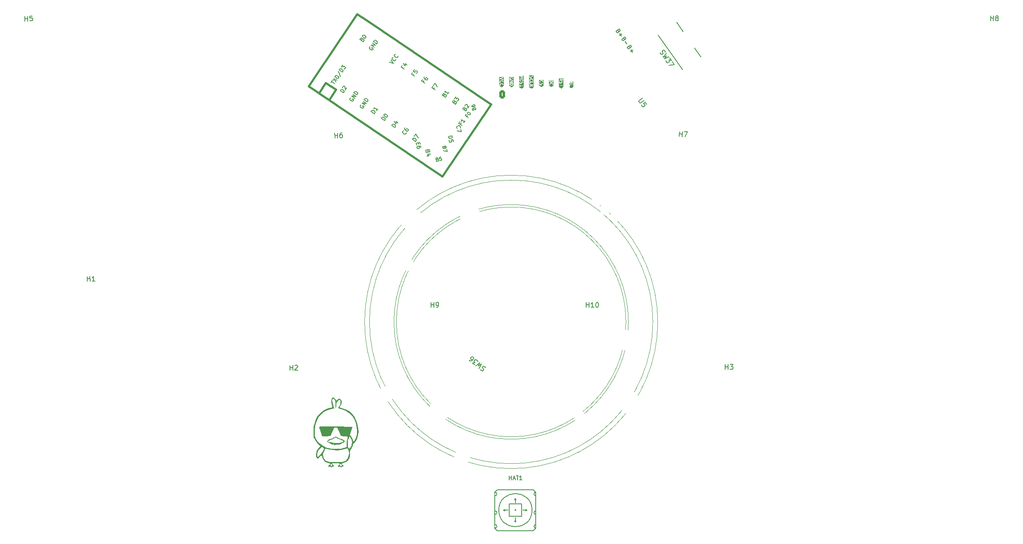
<source format=gbr>
%TF.GenerationSoftware,KiCad,Pcbnew,7.0.2*%
%TF.CreationDate,2024-07-01T00:10:33+02:00*%
%TF.ProjectId,BatreeqV2,42617472-6565-4715-9632-2e6b69636164,rev?*%
%TF.SameCoordinates,Original*%
%TF.FileFunction,Legend,Top*%
%TF.FilePolarity,Positive*%
%FSLAX46Y46*%
G04 Gerber Fmt 4.6, Leading zero omitted, Abs format (unit mm)*
G04 Created by KiCad (PCBNEW 7.0.2) date 2024-07-01 00:10:33*
%MOMM*%
%LPD*%
G01*
G04 APERTURE LIST*
G04 Aperture macros list*
%AMRoundRect*
0 Rectangle with rounded corners*
0 $1 Rounding radius*
0 $2 $3 $4 $5 $6 $7 $8 $9 X,Y pos of 4 corners*
0 Add a 4 corners polygon primitive as box body*
4,1,4,$2,$3,$4,$5,$6,$7,$8,$9,$2,$3,0*
0 Add four circle primitives for the rounded corners*
1,1,$1+$1,$2,$3*
1,1,$1+$1,$4,$5*
1,1,$1+$1,$6,$7*
1,1,$1+$1,$8,$9*
0 Add four rect primitives between the rounded corners*
20,1,$1+$1,$2,$3,$4,$5,0*
20,1,$1+$1,$4,$5,$6,$7,0*
20,1,$1+$1,$6,$7,$8,$9,0*
20,1,$1+$1,$8,$9,$2,$3,0*%
%AMHorizOval*
0 Thick line with rounded ends*
0 $1 width*
0 $2 $3 position (X,Y) of the first rounded end (center of the circle)*
0 $4 $5 position (X,Y) of the second rounded end (center of the circle)*
0 Add line between two ends*
20,1,$1,$2,$3,$4,$5,0*
0 Add two circle primitives to create the rounded ends*
1,1,$1,$2,$3*
1,1,$1,$4,$5*%
%AMRotRect*
0 Rectangle, with rotation*
0 The origin of the aperture is its center*
0 $1 length*
0 $2 width*
0 $3 Rotation angle, in degrees counterclockwise*
0 Add horizontal line*
21,1,$1,$2,0,0,$3*%
G04 Aperture macros list end*
%ADD10C,0.150000*%
%ADD11C,0.152400*%
%ADD12C,0.381000*%
%ADD13C,0.160000*%
%ADD14C,0.100000*%
%ADD15C,1.752600*%
%ADD16RoundRect,0.375000X0.829455X0.123000X0.399273X0.737364X-0.829455X-0.123000X-0.399273X-0.737364X0*%
%ADD17C,3.000000*%
%ADD18HorizOval,1.701800X0.482963X-0.129410X-0.482963X0.129410X0*%
%ADD19C,3.987800*%
%ADD20HorizOval,1.701800X0.445503X0.226995X-0.445503X-0.226995X0*%
%ADD21C,4.500000*%
%ADD22HorizOval,1.701800X0.482963X0.129410X-0.482963X-0.129410X0*%
%ADD23HorizOval,1.701800X0.445503X-0.226995X-0.445503X0.226995X0*%
%ADD24O,2.701800X1.701800*%
%ADD25HorizOval,1.701800X0.463592X0.187303X-0.463592X-0.187303X0*%
%ADD26HorizOval,1.701800X0.463592X-0.187303X-0.463592X0.187303X0*%
%ADD27C,1.600000*%
%ADD28C,1.800000*%
%ADD29C,2.400000*%
%ADD30C,3.200000*%
%ADD31C,4.200000*%
%ADD32C,2.100000*%
%ADD33RotRect,4.400000X4.400000X140.000000*%
%ADD34C,1.700000*%
%ADD35HorizOval,1.700000X0.000000X0.000000X0.000000X0.000000X0*%
%ADD36HorizOval,2.200000X0.532449X0.372825X-0.532449X-0.372825X0*%
%ADD37RotRect,1.500000X2.500000X125.000000*%
%ADD38HorizOval,1.500000X0.409576X0.286788X-0.409576X-0.286788X0*%
%ADD39R,1.400000X1.400000*%
%ADD40C,1.400000*%
%ADD41RoundRect,0.250000X-0.350000X-0.625000X0.350000X-0.625000X0.350000X0.625000X-0.350000X0.625000X0*%
%ADD42O,1.200000X1.750000*%
G04 APERTURE END LIST*
D10*
%TO.C,H10*%
X165496813Y-95606259D02*
X165496813Y-94606259D01*
X165496813Y-95082449D02*
X166068241Y-95082449D01*
X166068241Y-95606259D02*
X166068241Y-94606259D01*
X167068241Y-95606259D02*
X166496813Y-95606259D01*
X166782527Y-95606259D02*
X166782527Y-94606259D01*
X166782527Y-94606259D02*
X166687289Y-94749116D01*
X166687289Y-94749116D02*
X166592051Y-94844354D01*
X166592051Y-94844354D02*
X166496813Y-94891973D01*
X167687289Y-94606259D02*
X167782527Y-94606259D01*
X167782527Y-94606259D02*
X167877765Y-94653878D01*
X167877765Y-94653878D02*
X167925384Y-94701497D01*
X167925384Y-94701497D02*
X167973003Y-94796735D01*
X167973003Y-94796735D02*
X168020622Y-94987211D01*
X168020622Y-94987211D02*
X168020622Y-95225306D01*
X168020622Y-95225306D02*
X167973003Y-95415782D01*
X167973003Y-95415782D02*
X167925384Y-95511020D01*
X167925384Y-95511020D02*
X167877765Y-95558640D01*
X167877765Y-95558640D02*
X167782527Y-95606259D01*
X167782527Y-95606259D02*
X167687289Y-95606259D01*
X167687289Y-95606259D02*
X167592051Y-95558640D01*
X167592051Y-95558640D02*
X167544432Y-95511020D01*
X167544432Y-95511020D02*
X167496813Y-95415782D01*
X167496813Y-95415782D02*
X167449194Y-95225306D01*
X167449194Y-95225306D02*
X167449194Y-94987211D01*
X167449194Y-94987211D02*
X167496813Y-94796735D01*
X167496813Y-94796735D02*
X167544432Y-94701497D01*
X167544432Y-94701497D02*
X167592051Y-94653878D01*
X167592051Y-94653878D02*
X167687289Y-94606259D01*
%TO.C,H8*%
X248242731Y-36959589D02*
X248277630Y-35960198D01*
X248261011Y-36436098D02*
X248832092Y-36456041D01*
X248813811Y-36979531D02*
X248848711Y-35980140D01*
X249452424Y-36430055D02*
X249358906Y-36379141D01*
X249358906Y-36379141D02*
X249312978Y-36329889D01*
X249312978Y-36329889D02*
X249268712Y-36233048D01*
X249268712Y-36233048D02*
X249270373Y-36185457D01*
X249270373Y-36185457D02*
X249321287Y-36091939D01*
X249321287Y-36091939D02*
X249370539Y-36046011D01*
X249370539Y-36046011D02*
X249467381Y-36001745D01*
X249467381Y-36001745D02*
X249657741Y-36008392D01*
X249657741Y-36008392D02*
X249751259Y-36059306D01*
X249751259Y-36059306D02*
X249797188Y-36108558D01*
X249797188Y-36108558D02*
X249841454Y-36205400D01*
X249841454Y-36205400D02*
X249839792Y-36252990D01*
X249839792Y-36252990D02*
X249788878Y-36346508D01*
X249788878Y-36346508D02*
X249739626Y-36392436D01*
X249739626Y-36392436D02*
X249642784Y-36436703D01*
X249642784Y-36436703D02*
X249452424Y-36430055D01*
X249452424Y-36430055D02*
X249355582Y-36474321D01*
X249355582Y-36474321D02*
X249306330Y-36520250D01*
X249306330Y-36520250D02*
X249255417Y-36613768D01*
X249255417Y-36613768D02*
X249248769Y-36804128D01*
X249248769Y-36804128D02*
X249293035Y-36900970D01*
X249293035Y-36900970D02*
X249338963Y-36950222D01*
X249338963Y-36950222D02*
X249432482Y-37001136D01*
X249432482Y-37001136D02*
X249622842Y-37007783D01*
X249622842Y-37007783D02*
X249719684Y-36963517D01*
X249719684Y-36963517D02*
X249768936Y-36917589D01*
X249768936Y-36917589D02*
X249819849Y-36824071D01*
X249819849Y-36824071D02*
X249826497Y-36633710D01*
X249826497Y-36633710D02*
X249782231Y-36536868D01*
X249782231Y-36536868D02*
X249736303Y-36487617D01*
X249736303Y-36487617D02*
X249642784Y-36436703D01*
%TO.C,U1*%
X119613107Y-40824683D02*
X119708598Y-40751238D01*
X119708598Y-40751238D02*
X119761482Y-40740958D01*
X119761482Y-40740958D02*
X119845950Y-40751981D01*
X119845950Y-40751981D02*
X119940697Y-40815889D01*
X119940697Y-40815889D02*
X119982559Y-40890076D01*
X119982559Y-40890076D02*
X119992839Y-40942961D01*
X119992839Y-40942961D02*
X119981816Y-41027429D01*
X119981816Y-41027429D02*
X119811395Y-41280088D01*
X119811395Y-41280088D02*
X119148165Y-40832733D01*
X119148165Y-40832733D02*
X119297284Y-40611657D01*
X119297284Y-40611657D02*
X119371471Y-40569795D01*
X119371471Y-40569795D02*
X119424356Y-40559515D01*
X119424356Y-40559515D02*
X119508823Y-40570538D01*
X119508823Y-40570538D02*
X119571988Y-40613143D01*
X119571988Y-40613143D02*
X119613850Y-40687330D01*
X119613850Y-40687330D02*
X119624130Y-40740215D01*
X119624130Y-40740215D02*
X119613107Y-40824683D01*
X119613107Y-40824683D02*
X119463989Y-41045759D01*
X119680730Y-40043174D02*
X119723335Y-39980009D01*
X119723335Y-39980009D02*
X119797523Y-39938147D01*
X119797523Y-39938147D02*
X119850408Y-39927867D01*
X119850408Y-39927867D02*
X119934875Y-39938890D01*
X119934875Y-39938890D02*
X120082507Y-39992518D01*
X120082507Y-39992518D02*
X120240419Y-40099031D01*
X120240419Y-40099031D02*
X120345446Y-40215824D01*
X120345446Y-40215824D02*
X120387308Y-40290011D01*
X120387308Y-40290011D02*
X120397588Y-40342896D01*
X120397588Y-40342896D02*
X120386565Y-40427363D01*
X120386565Y-40427363D02*
X120343960Y-40490528D01*
X120343960Y-40490528D02*
X120269773Y-40532390D01*
X120269773Y-40532390D02*
X120216888Y-40542670D01*
X120216888Y-40542670D02*
X120132420Y-40531647D01*
X120132420Y-40531647D02*
X119984788Y-40478019D01*
X119984788Y-40478019D02*
X119826876Y-40371506D01*
X119826876Y-40371506D02*
X119721849Y-40254714D01*
X119721849Y-40254714D02*
X119679987Y-40180526D01*
X119679987Y-40180526D02*
X119669707Y-40127641D01*
X119669707Y-40127641D02*
X119680730Y-40043174D01*
X139873379Y-57944845D02*
X139724261Y-58165922D01*
X140071667Y-58400250D02*
X139408437Y-57952896D01*
X139408437Y-57952896D02*
X139621463Y-57637072D01*
X140689442Y-57484361D02*
X140433811Y-57863350D01*
X140561627Y-57673855D02*
X139898397Y-57226501D01*
X139898397Y-57226501D02*
X139950539Y-57353574D01*
X139950539Y-57353574D02*
X139971098Y-57459344D01*
X139971098Y-57459344D02*
X139960075Y-57543811D01*
X137252584Y-60685337D02*
X138037886Y-60532690D01*
X138037886Y-60532690D02*
X138074230Y-60719666D01*
X138074230Y-60719666D02*
X138058642Y-60839121D01*
X138058642Y-60839121D02*
X137998389Y-60928450D01*
X137998389Y-60928450D02*
X137930867Y-60980383D01*
X137930867Y-60980383D02*
X137788555Y-61046854D01*
X137788555Y-61046854D02*
X137676369Y-61068661D01*
X137676369Y-61068661D02*
X137519519Y-61060341D01*
X137519519Y-61060341D02*
X137437459Y-61037483D01*
X137437459Y-61037483D02*
X137348130Y-60977231D01*
X137348130Y-60977231D02*
X137288928Y-60872314D01*
X137288928Y-60872314D02*
X137252584Y-60685337D01*
X138263222Y-61691945D02*
X138190533Y-61317991D01*
X138190533Y-61317991D02*
X137809311Y-61353285D01*
X137809311Y-61353285D02*
X137853975Y-61383412D01*
X137853975Y-61383412D02*
X137905908Y-61450933D01*
X137905908Y-61450933D02*
X137942253Y-61637910D01*
X137942253Y-61637910D02*
X137919395Y-61719970D01*
X137919395Y-61719970D02*
X137889269Y-61764634D01*
X137889269Y-61764634D02*
X137821747Y-61816567D01*
X137821747Y-61816567D02*
X137634770Y-61852912D01*
X137634770Y-61852912D02*
X137552711Y-61830054D01*
X137552711Y-61830054D02*
X137508047Y-61799928D01*
X137508047Y-61799928D02*
X137456113Y-61732406D01*
X137456113Y-61732406D02*
X137419769Y-61545429D01*
X137419769Y-61545429D02*
X137442626Y-61463370D01*
X137442626Y-61463370D02*
X137472753Y-61418705D01*
X135026307Y-65342512D02*
X135130830Y-65356152D01*
X135130830Y-65356152D02*
X135169911Y-65382512D01*
X135169911Y-65382512D02*
X135215353Y-65441594D01*
X135215353Y-65441594D02*
X135234434Y-65539756D01*
X135234434Y-65539756D02*
X135214433Y-65611559D01*
X135214433Y-65611559D02*
X135188073Y-65650640D01*
X135188073Y-65650640D02*
X135128991Y-65696081D01*
X135128991Y-65696081D02*
X134867224Y-65746964D01*
X134867224Y-65746964D02*
X134733658Y-65059825D01*
X134733658Y-65059825D02*
X134962704Y-65015303D01*
X134962704Y-65015303D02*
X135034506Y-65035303D01*
X135034506Y-65035303D02*
X135073587Y-65061663D01*
X135073587Y-65061663D02*
X135119029Y-65120745D01*
X135119029Y-65120745D02*
X135131750Y-65186187D01*
X135131750Y-65186187D02*
X135111749Y-65257989D01*
X135111749Y-65257989D02*
X135085389Y-65297070D01*
X135085389Y-65297070D02*
X135026307Y-65342512D01*
X135026307Y-65342512D02*
X134797261Y-65387034D01*
X135748006Y-64862655D02*
X135420797Y-64926258D01*
X135420797Y-64926258D02*
X135451679Y-65259828D01*
X135451679Y-65259828D02*
X135478040Y-65220747D01*
X135478040Y-65220747D02*
X135537121Y-65175305D01*
X135537121Y-65175305D02*
X135700726Y-65143504D01*
X135700726Y-65143504D02*
X135772528Y-65163504D01*
X135772528Y-65163504D02*
X135811609Y-65189864D01*
X135811609Y-65189864D02*
X135857050Y-65248946D01*
X135857050Y-65248946D02*
X135888852Y-65412550D01*
X135888852Y-65412550D02*
X135868852Y-65484353D01*
X135868852Y-65484353D02*
X135842491Y-65523434D01*
X135842491Y-65523434D02*
X135783409Y-65568875D01*
X135783409Y-65568875D02*
X135619805Y-65600677D01*
X135619805Y-65600677D02*
X135548003Y-65580676D01*
X135548003Y-65580676D02*
X135508922Y-65554316D01*
X130549933Y-61697636D02*
X129886703Y-61250281D01*
X129886703Y-61250281D02*
X129993216Y-61092370D01*
X129993216Y-61092370D02*
X130088706Y-61018925D01*
X130088706Y-61018925D02*
X130194476Y-60998365D01*
X130194476Y-60998365D02*
X130278944Y-61009388D01*
X130278944Y-61009388D02*
X130426576Y-61063016D01*
X130426576Y-61063016D02*
X130521323Y-61126924D01*
X130521323Y-61126924D02*
X130626350Y-61243717D01*
X130626350Y-61243717D02*
X130668212Y-61317904D01*
X130668212Y-61317904D02*
X130688772Y-61423674D01*
X130688772Y-61423674D02*
X130656446Y-61539724D01*
X130656446Y-61539724D02*
X130549933Y-61697636D01*
X130291453Y-60650216D02*
X130589689Y-60208063D01*
X130589689Y-60208063D02*
X131061196Y-60939659D01*
X133100950Y-63701709D02*
X133085361Y-63821164D01*
X133085361Y-63821164D02*
X133055235Y-63865828D01*
X133055235Y-63865828D02*
X132987713Y-63917761D01*
X132987713Y-63917761D02*
X132875527Y-63939568D01*
X132875527Y-63939568D02*
X132793468Y-63916711D01*
X132793468Y-63916711D02*
X132748803Y-63886584D01*
X132748803Y-63886584D02*
X132696870Y-63819062D01*
X132696870Y-63819062D02*
X132638719Y-63519900D01*
X132638719Y-63519900D02*
X133424021Y-63367253D01*
X133424021Y-63367253D02*
X133474903Y-63629020D01*
X133474903Y-63629020D02*
X133452046Y-63711080D01*
X133452046Y-63711080D02*
X133421919Y-63755744D01*
X133421919Y-63755744D02*
X133354397Y-63807677D01*
X133354397Y-63807677D02*
X133279607Y-63822215D01*
X133279607Y-63822215D02*
X133197547Y-63799357D01*
X133197547Y-63799357D02*
X133152883Y-63769231D01*
X133152883Y-63769231D02*
X133100950Y-63701709D01*
X133100950Y-63701709D02*
X133050067Y-63439942D01*
X133380321Y-64539995D02*
X132856786Y-64641760D01*
X133643139Y-64294867D02*
X133045864Y-64216924D01*
X133045864Y-64216924D02*
X133140360Y-64703063D01*
X124232667Y-57436586D02*
X123569437Y-56989231D01*
X123569437Y-56989231D02*
X123675950Y-56831320D01*
X123675950Y-56831320D02*
X123771440Y-56757875D01*
X123771440Y-56757875D02*
X123877210Y-56737315D01*
X123877210Y-56737315D02*
X123961678Y-56748338D01*
X123961678Y-56748338D02*
X124109310Y-56801966D01*
X124109310Y-56801966D02*
X124204057Y-56865874D01*
X124204057Y-56865874D02*
X124309084Y-56982667D01*
X124309084Y-56982667D02*
X124350946Y-57056854D01*
X124350946Y-57056854D02*
X124371506Y-57162624D01*
X124371506Y-57162624D02*
X124339180Y-57278674D01*
X124339180Y-57278674D02*
X124232667Y-57436586D01*
X124102002Y-56199672D02*
X124144607Y-56136507D01*
X124144607Y-56136507D02*
X124218795Y-56094645D01*
X124218795Y-56094645D02*
X124271680Y-56084365D01*
X124271680Y-56084365D02*
X124356147Y-56095388D01*
X124356147Y-56095388D02*
X124503779Y-56149016D01*
X124503779Y-56149016D02*
X124661691Y-56255529D01*
X124661691Y-56255529D02*
X124766718Y-56372322D01*
X124766718Y-56372322D02*
X124808580Y-56446509D01*
X124808580Y-56446509D02*
X124818860Y-56499394D01*
X124818860Y-56499394D02*
X124807837Y-56583861D01*
X124807837Y-56583861D02*
X124765232Y-56647026D01*
X124765232Y-56647026D02*
X124691045Y-56688888D01*
X124691045Y-56688888D02*
X124638160Y-56699168D01*
X124638160Y-56699168D02*
X124553692Y-56688145D01*
X124553692Y-56688145D02*
X124406060Y-56634517D01*
X124406060Y-56634517D02*
X124248148Y-56528004D01*
X124248148Y-56528004D02*
X124143121Y-56411212D01*
X124143121Y-56411212D02*
X124101259Y-56337024D01*
X124101259Y-56337024D02*
X124090979Y-56284139D01*
X124090979Y-56284139D02*
X124102002Y-56199672D01*
X128068082Y-46458709D02*
X127918964Y-46679786D01*
X128266370Y-46914114D02*
X127603140Y-46466760D01*
X127603140Y-46466760D02*
X127816166Y-46150936D01*
X128399387Y-45763154D02*
X128841540Y-46061390D01*
X128040215Y-45750645D02*
X128407438Y-46228096D01*
X128407438Y-46228096D02*
X128684371Y-45817525D01*
X141158917Y-56407557D02*
X141028439Y-56600999D01*
X141332419Y-56806037D02*
X140752093Y-56414602D01*
X140752093Y-56414602D02*
X140938490Y-56138256D01*
X141162167Y-55806641D02*
X141199447Y-55751372D01*
X141199447Y-55751372D02*
X141264361Y-55714742D01*
X141264361Y-55714742D02*
X141310635Y-55705747D01*
X141310635Y-55705747D02*
X141384544Y-55715392D01*
X141384544Y-55715392D02*
X141513723Y-55762317D01*
X141513723Y-55762317D02*
X141651895Y-55855516D01*
X141651895Y-55855516D02*
X141743794Y-55957709D01*
X141743794Y-55957709D02*
X141780423Y-56022623D01*
X141780423Y-56022623D02*
X141789418Y-56068898D01*
X141789418Y-56068898D02*
X141779773Y-56142807D01*
X141779773Y-56142807D02*
X141742494Y-56198076D01*
X141742494Y-56198076D02*
X141677580Y-56234705D01*
X141677580Y-56234705D02*
X141631305Y-56243700D01*
X141631305Y-56243700D02*
X141557396Y-56234055D01*
X141557396Y-56234055D02*
X141428218Y-56187131D01*
X141428218Y-56187131D02*
X141290045Y-56093932D01*
X141290045Y-56093932D02*
X141198147Y-55991738D01*
X141198147Y-55991738D02*
X141161517Y-55926824D01*
X141161517Y-55926824D02*
X141152523Y-55880550D01*
X141152523Y-55880550D02*
X141162167Y-55806641D01*
X121274852Y-42290177D02*
X121200664Y-42332039D01*
X121200664Y-42332039D02*
X121136756Y-42426786D01*
X121136756Y-42426786D02*
X121104431Y-42542836D01*
X121104431Y-42542836D02*
X121124991Y-42648606D01*
X121124991Y-42648606D02*
X121166853Y-42722794D01*
X121166853Y-42722794D02*
X121271880Y-42839586D01*
X121271880Y-42839586D02*
X121366627Y-42903494D01*
X121366627Y-42903494D02*
X121514259Y-42957122D01*
X121514259Y-42957122D02*
X121598726Y-42968145D01*
X121598726Y-42968145D02*
X121704496Y-42947585D01*
X121704496Y-42947585D02*
X121799986Y-42874141D01*
X121799986Y-42874141D02*
X121842592Y-42810976D01*
X121842592Y-42810976D02*
X121874917Y-42694926D01*
X121874917Y-42694926D02*
X121864637Y-42642041D01*
X121864637Y-42642041D02*
X121643560Y-42492923D01*
X121643560Y-42492923D02*
X121558350Y-42619253D01*
X122119525Y-42400405D02*
X121456295Y-41953051D01*
X121456295Y-41953051D02*
X122375156Y-42021416D01*
X122375156Y-42021416D02*
X121711926Y-41574062D01*
X122588182Y-41705593D02*
X121924952Y-41258238D01*
X121924952Y-41258238D02*
X122031465Y-41100326D01*
X122031465Y-41100326D02*
X122126955Y-41026882D01*
X122126955Y-41026882D02*
X122232725Y-41006322D01*
X122232725Y-41006322D02*
X122317192Y-41017345D01*
X122317192Y-41017345D02*
X122464824Y-41070973D01*
X122464824Y-41070973D02*
X122559572Y-41134881D01*
X122559572Y-41134881D02*
X122664598Y-41251674D01*
X122664598Y-41251674D02*
X122706461Y-41325861D01*
X122706461Y-41325861D02*
X122727020Y-41431631D01*
X122727020Y-41431631D02*
X122694695Y-41547681D01*
X122694695Y-41547681D02*
X122588182Y-41705593D01*
X139087336Y-59015153D02*
X139042672Y-58985027D01*
X139042672Y-58985027D02*
X138983470Y-58880109D01*
X138983470Y-58880109D02*
X138968932Y-58805319D01*
X138968932Y-58805319D02*
X138984521Y-58685864D01*
X138984521Y-58685864D02*
X139044774Y-58596535D01*
X139044774Y-58596535D02*
X139112295Y-58544602D01*
X139112295Y-58544602D02*
X139254608Y-58478131D01*
X139254608Y-58478131D02*
X139366794Y-58456325D01*
X139366794Y-58456325D02*
X139523644Y-58464644D01*
X139523644Y-58464644D02*
X139605704Y-58487502D01*
X139605704Y-58487502D02*
X139695032Y-58547755D01*
X139695032Y-58547755D02*
X139754234Y-58652672D01*
X139754234Y-58652672D02*
X139768772Y-58727462D01*
X139768772Y-58727462D02*
X139753183Y-58846917D01*
X139753183Y-58846917D02*
X139723057Y-58891581D01*
X139848730Y-59138811D02*
X139950495Y-59662345D01*
X139950495Y-59662345D02*
X139099773Y-59478435D01*
X130173838Y-47879059D02*
X130024720Y-48100136D01*
X130372126Y-48334464D02*
X129708896Y-47887110D01*
X129708896Y-47887110D02*
X129921922Y-47571286D01*
X130305369Y-47002803D02*
X130092343Y-47318627D01*
X130092343Y-47318627D02*
X130386864Y-47563235D01*
X130386864Y-47563235D02*
X130376584Y-47510350D01*
X130376584Y-47510350D02*
X130387607Y-47425883D01*
X130387607Y-47425883D02*
X130494120Y-47267971D01*
X130494120Y-47267971D02*
X130568308Y-47226109D01*
X130568308Y-47226109D02*
X130621192Y-47215829D01*
X130621192Y-47215829D02*
X130705660Y-47226852D01*
X130705660Y-47226852D02*
X130863572Y-47333365D01*
X130863572Y-47333365D02*
X130905434Y-47407552D01*
X130905434Y-47407552D02*
X130915714Y-47460437D01*
X130915714Y-47460437D02*
X130904691Y-47544905D01*
X130904691Y-47544905D02*
X130798178Y-47702817D01*
X130798178Y-47702817D02*
X130723990Y-47744679D01*
X130723990Y-47744679D02*
X130671105Y-47754959D01*
X115809645Y-51755186D02*
X115146415Y-51307831D01*
X115146415Y-51307831D02*
X115252928Y-51149920D01*
X115252928Y-51149920D02*
X115348418Y-51076475D01*
X115348418Y-51076475D02*
X115454188Y-51055915D01*
X115454188Y-51055915D02*
X115538656Y-51066938D01*
X115538656Y-51066938D02*
X115686288Y-51120566D01*
X115686288Y-51120566D02*
X115781035Y-51184474D01*
X115781035Y-51184474D02*
X115886062Y-51301267D01*
X115886062Y-51301267D02*
X115927924Y-51375454D01*
X115927924Y-51375454D02*
X115948484Y-51481224D01*
X115948484Y-51481224D02*
X115916158Y-51597274D01*
X115916158Y-51597274D02*
X115809645Y-51755186D01*
X115635632Y-50718789D02*
X115625352Y-50665904D01*
X115625352Y-50665904D02*
X115636375Y-50581437D01*
X115636375Y-50581437D02*
X115742888Y-50423525D01*
X115742888Y-50423525D02*
X115817075Y-50381663D01*
X115817075Y-50381663D02*
X115869960Y-50371383D01*
X115869960Y-50371383D02*
X115954428Y-50382406D01*
X115954428Y-50382406D02*
X116017592Y-50425011D01*
X116017592Y-50425011D02*
X116091037Y-50520501D01*
X116091037Y-50520501D02*
X116214395Y-51155120D01*
X116214395Y-51155120D02*
X116491328Y-50744549D01*
X132279593Y-49299409D02*
X132130475Y-49520486D01*
X132477881Y-49754814D02*
X131814651Y-49307460D01*
X131814651Y-49307460D02*
X132027677Y-48991636D01*
X132389821Y-48454736D02*
X132304611Y-48581065D01*
X132304611Y-48581065D02*
X132293588Y-48665533D01*
X132293588Y-48665533D02*
X132303868Y-48718417D01*
X132303868Y-48718417D02*
X132356010Y-48845490D01*
X132356010Y-48845490D02*
X132461037Y-48962283D01*
X132461037Y-48962283D02*
X132713696Y-49132703D01*
X132713696Y-49132703D02*
X132798163Y-49143726D01*
X132798163Y-49143726D02*
X132851048Y-49133446D01*
X132851048Y-49133446D02*
X132925236Y-49091584D01*
X132925236Y-49091584D02*
X133010446Y-48965255D01*
X133010446Y-48965255D02*
X133021469Y-48880787D01*
X133021469Y-48880787D02*
X133011189Y-48827902D01*
X133011189Y-48827902D02*
X132969327Y-48753715D01*
X132969327Y-48753715D02*
X132811415Y-48647202D01*
X132811415Y-48647202D02*
X132726947Y-48636179D01*
X132726947Y-48636179D02*
X132674063Y-48646459D01*
X132674063Y-48646459D02*
X132599875Y-48688321D01*
X132599875Y-48688321D02*
X132514665Y-48814651D01*
X132514665Y-48814651D02*
X132503642Y-48899118D01*
X132503642Y-48899118D02*
X132513922Y-48952003D01*
X132513922Y-48952003D02*
X132555784Y-49026191D01*
X131104387Y-61964564D02*
X131155270Y-62226331D01*
X130765728Y-62418475D02*
X130693039Y-62044522D01*
X130693039Y-62044522D02*
X131478340Y-61891875D01*
X131478340Y-61891875D02*
X131551030Y-62265828D01*
X131681870Y-62938944D02*
X131652795Y-62789363D01*
X131652795Y-62789363D02*
X131600861Y-62721841D01*
X131600861Y-62721841D02*
X131556197Y-62691715D01*
X131556197Y-62691715D02*
X131429473Y-62638731D01*
X131429473Y-62638731D02*
X131272623Y-62630411D01*
X131272623Y-62630411D02*
X130973461Y-62688563D01*
X130973461Y-62688563D02*
X130905939Y-62740496D01*
X130905939Y-62740496D02*
X130875812Y-62785160D01*
X130875812Y-62785160D02*
X130852955Y-62867220D01*
X130852955Y-62867220D02*
X130882031Y-63016801D01*
X130882031Y-63016801D02*
X130933964Y-63084323D01*
X130933964Y-63084323D02*
X130978628Y-63114449D01*
X130978628Y-63114449D02*
X131060688Y-63137306D01*
X131060688Y-63137306D02*
X131247664Y-63100962D01*
X131247664Y-63100962D02*
X131315186Y-63049029D01*
X131315186Y-63049029D02*
X131345312Y-63004364D01*
X131345312Y-63004364D02*
X131368170Y-62922305D01*
X131368170Y-62922305D02*
X131339094Y-62772724D01*
X131339094Y-62772724D02*
X131287161Y-62705202D01*
X131287161Y-62705202D02*
X131242497Y-62675075D01*
X131242497Y-62675075D02*
X131160437Y-62652218D01*
X125199149Y-45488563D02*
X126011497Y-45714841D01*
X126011497Y-45714841D02*
X125497385Y-45046410D01*
X126502199Y-44851094D02*
X126512479Y-44903979D01*
X126512479Y-44903979D02*
X126480154Y-45020029D01*
X126480154Y-45020029D02*
X126437549Y-45083194D01*
X126437549Y-45083194D02*
X126342059Y-45156638D01*
X126342059Y-45156638D02*
X126236289Y-45177198D01*
X126236289Y-45177198D02*
X126151821Y-45166175D01*
X126151821Y-45166175D02*
X126004189Y-45112547D01*
X126004189Y-45112547D02*
X125909442Y-45048639D01*
X125909442Y-45048639D02*
X125804415Y-44931847D01*
X125804415Y-44931847D02*
X125762553Y-44857659D01*
X125762553Y-44857659D02*
X125741993Y-44751889D01*
X125741993Y-44751889D02*
X125774319Y-44635839D01*
X125774319Y-44635839D02*
X125816924Y-44572675D01*
X125816924Y-44572675D02*
X125912414Y-44499230D01*
X125912414Y-44499230D02*
X125965299Y-44488950D01*
X126949554Y-44187864D02*
X126959834Y-44240749D01*
X126959834Y-44240749D02*
X126927508Y-44356799D01*
X126927508Y-44356799D02*
X126884903Y-44419964D01*
X126884903Y-44419964D02*
X126789413Y-44493408D01*
X126789413Y-44493408D02*
X126683643Y-44513968D01*
X126683643Y-44513968D02*
X126599176Y-44502945D01*
X126599176Y-44502945D02*
X126451543Y-44449317D01*
X126451543Y-44449317D02*
X126356796Y-44385409D01*
X126356796Y-44385409D02*
X126251769Y-44268616D01*
X126251769Y-44268616D02*
X126209907Y-44194429D01*
X126209907Y-44194429D02*
X126189348Y-44088659D01*
X126189348Y-44088659D02*
X126221673Y-43972609D01*
X126221673Y-43972609D02*
X126264278Y-43909444D01*
X126264278Y-43909444D02*
X126359768Y-43836000D01*
X126359768Y-43836000D02*
X126412653Y-43825720D01*
X136459150Y-52187483D02*
X136554641Y-52114038D01*
X136554641Y-52114038D02*
X136607525Y-52103758D01*
X136607525Y-52103758D02*
X136691993Y-52114781D01*
X136691993Y-52114781D02*
X136786740Y-52178689D01*
X136786740Y-52178689D02*
X136828602Y-52252876D01*
X136828602Y-52252876D02*
X136838882Y-52305761D01*
X136838882Y-52305761D02*
X136827859Y-52390229D01*
X136827859Y-52390229D02*
X136657438Y-52642888D01*
X136657438Y-52642888D02*
X135994208Y-52195533D01*
X135994208Y-52195533D02*
X136143327Y-51974457D01*
X136143327Y-51974457D02*
X136217514Y-51932595D01*
X136217514Y-51932595D02*
X136270399Y-51922315D01*
X136270399Y-51922315D02*
X136354866Y-51933338D01*
X136354866Y-51933338D02*
X136418031Y-51975943D01*
X136418031Y-51975943D02*
X136459893Y-52050130D01*
X136459893Y-52050130D02*
X136470173Y-52103015D01*
X136470173Y-52103015D02*
X136459150Y-52187483D01*
X136459150Y-52187483D02*
X136310032Y-52408559D01*
X137339121Y-51632251D02*
X137083490Y-52011240D01*
X137211306Y-51821746D02*
X136548076Y-51374391D01*
X136548076Y-51374391D02*
X136600218Y-51501464D01*
X136600218Y-51501464D02*
X136620777Y-51607234D01*
X136620777Y-51607234D02*
X136609754Y-51691701D01*
X136524085Y-62926281D02*
X136510445Y-63030804D01*
X136510445Y-63030804D02*
X136484085Y-63069885D01*
X136484085Y-63069885D02*
X136425003Y-63115327D01*
X136425003Y-63115327D02*
X136326841Y-63134408D01*
X136326841Y-63134408D02*
X136255038Y-63114407D01*
X136255038Y-63114407D02*
X136215957Y-63088047D01*
X136215957Y-63088047D02*
X136170516Y-63028965D01*
X136170516Y-63028965D02*
X136119633Y-62767198D01*
X136119633Y-62767198D02*
X136806772Y-62633632D01*
X136806772Y-62633632D02*
X136851294Y-62862678D01*
X136851294Y-62862678D02*
X136831294Y-62934480D01*
X136831294Y-62934480D02*
X136804934Y-62973561D01*
X136804934Y-62973561D02*
X136745852Y-63019003D01*
X136745852Y-63019003D02*
X136680410Y-63031724D01*
X136680410Y-63031724D02*
X136608608Y-63011723D01*
X136608608Y-63011723D02*
X136569527Y-62985363D01*
X136569527Y-62985363D02*
X136524085Y-62926281D01*
X136524085Y-62926281D02*
X136479563Y-62697235D01*
X136927618Y-63255329D02*
X137016662Y-63713422D01*
X137016662Y-63713422D02*
X136272281Y-63552500D01*
X117273103Y-52765275D02*
X117198915Y-52807137D01*
X117198915Y-52807137D02*
X117135007Y-52901884D01*
X117135007Y-52901884D02*
X117102682Y-53017934D01*
X117102682Y-53017934D02*
X117123242Y-53123704D01*
X117123242Y-53123704D02*
X117165104Y-53197892D01*
X117165104Y-53197892D02*
X117270131Y-53314684D01*
X117270131Y-53314684D02*
X117364878Y-53378592D01*
X117364878Y-53378592D02*
X117512510Y-53432220D01*
X117512510Y-53432220D02*
X117596977Y-53443243D01*
X117596977Y-53443243D02*
X117702747Y-53422683D01*
X117702747Y-53422683D02*
X117798237Y-53349239D01*
X117798237Y-53349239D02*
X117840843Y-53286074D01*
X117840843Y-53286074D02*
X117873168Y-53170024D01*
X117873168Y-53170024D02*
X117862888Y-53117139D01*
X117862888Y-53117139D02*
X117641811Y-52968021D01*
X117641811Y-52968021D02*
X117556601Y-53094351D01*
X118117776Y-52875503D02*
X117454546Y-52428149D01*
X117454546Y-52428149D02*
X118373407Y-52496514D01*
X118373407Y-52496514D02*
X117710177Y-52049160D01*
X118586433Y-52180691D02*
X117923203Y-51733336D01*
X117923203Y-51733336D02*
X118029716Y-51575424D01*
X118029716Y-51575424D02*
X118125206Y-51501980D01*
X118125206Y-51501980D02*
X118230976Y-51481420D01*
X118230976Y-51481420D02*
X118315443Y-51492443D01*
X118315443Y-51492443D02*
X118463075Y-51546071D01*
X118463075Y-51546071D02*
X118557823Y-51609979D01*
X118557823Y-51609979D02*
X118662849Y-51726772D01*
X118662849Y-51726772D02*
X118704712Y-51800959D01*
X118704712Y-51800959D02*
X118725271Y-51906729D01*
X118725271Y-51906729D02*
X118692946Y-52022779D01*
X118692946Y-52022779D02*
X118586433Y-52180691D01*
X142482293Y-55005115D02*
X142495933Y-54900592D01*
X142495933Y-54900592D02*
X142522293Y-54861511D01*
X142522293Y-54861511D02*
X142581375Y-54816069D01*
X142581375Y-54816069D02*
X142679537Y-54796988D01*
X142679537Y-54796988D02*
X142751340Y-54816989D01*
X142751340Y-54816989D02*
X142790421Y-54843349D01*
X142790421Y-54843349D02*
X142835862Y-54902431D01*
X142835862Y-54902431D02*
X142886745Y-55164198D01*
X142886745Y-55164198D02*
X142199606Y-55297764D01*
X142199606Y-55297764D02*
X142155084Y-55068718D01*
X142155084Y-55068718D02*
X142175084Y-54996916D01*
X142175084Y-54996916D02*
X142201444Y-54957835D01*
X142201444Y-54957835D02*
X142260526Y-54912393D01*
X142260526Y-54912393D02*
X142325968Y-54899672D01*
X142325968Y-54899672D02*
X142397770Y-54919673D01*
X142397770Y-54919673D02*
X142436851Y-54946033D01*
X142436851Y-54946033D02*
X142482293Y-55005115D01*
X142482293Y-55005115D02*
X142526815Y-55234161D01*
X142008797Y-54316137D02*
X142034238Y-54447021D01*
X142034238Y-54447021D02*
X142079679Y-54506102D01*
X142079679Y-54506102D02*
X142118761Y-54532463D01*
X142118761Y-54532463D02*
X142229644Y-54578824D01*
X142229644Y-54578824D02*
X142366888Y-54586103D01*
X142366888Y-54586103D02*
X142628655Y-54535221D01*
X142628655Y-54535221D02*
X142687737Y-54489779D01*
X142687737Y-54489779D02*
X142714097Y-54450698D01*
X142714097Y-54450698D02*
X142734097Y-54378896D01*
X142734097Y-54378896D02*
X142708656Y-54248013D01*
X142708656Y-54248013D02*
X142663215Y-54188931D01*
X142663215Y-54188931D02*
X142624134Y-54162570D01*
X142624134Y-54162570D02*
X142552331Y-54142570D01*
X142552331Y-54142570D02*
X142388727Y-54174372D01*
X142388727Y-54174372D02*
X142329645Y-54219813D01*
X142329645Y-54219813D02*
X142303285Y-54258894D01*
X142303285Y-54258894D02*
X142283285Y-54330696D01*
X142283285Y-54330696D02*
X142308726Y-54461580D01*
X142308726Y-54461580D02*
X142354167Y-54520662D01*
X142354167Y-54520662D02*
X142393248Y-54547022D01*
X142393248Y-54547022D02*
X142465051Y-54567022D01*
X140670661Y-55028183D02*
X140766152Y-54954738D01*
X140766152Y-54954738D02*
X140819036Y-54944458D01*
X140819036Y-54944458D02*
X140903504Y-54955481D01*
X140903504Y-54955481D02*
X140998251Y-55019389D01*
X140998251Y-55019389D02*
X141040113Y-55093576D01*
X141040113Y-55093576D02*
X141050393Y-55146461D01*
X141050393Y-55146461D02*
X141039370Y-55230929D01*
X141039370Y-55230929D02*
X140868949Y-55483588D01*
X140868949Y-55483588D02*
X140205719Y-55036233D01*
X140205719Y-55036233D02*
X140354838Y-54815157D01*
X140354838Y-54815157D02*
X140429025Y-54773295D01*
X140429025Y-54773295D02*
X140481910Y-54763015D01*
X140481910Y-54763015D02*
X140566377Y-54774038D01*
X140566377Y-54774038D02*
X140629542Y-54816643D01*
X140629542Y-54816643D02*
X140671404Y-54890830D01*
X140671404Y-54890830D02*
X140681684Y-54943715D01*
X140681684Y-54943715D02*
X140670661Y-55028183D01*
X140670661Y-55028183D02*
X140521543Y-55249259D01*
X140694936Y-54447191D02*
X140684656Y-54394306D01*
X140684656Y-54394306D02*
X140695679Y-54309839D01*
X140695679Y-54309839D02*
X140802192Y-54151927D01*
X140802192Y-54151927D02*
X140876379Y-54110065D01*
X140876379Y-54110065D02*
X140929264Y-54099785D01*
X140929264Y-54099785D02*
X141013732Y-54110808D01*
X141013732Y-54110808D02*
X141076896Y-54153413D01*
X141076896Y-54153413D02*
X141150341Y-54248903D01*
X141150341Y-54248903D02*
X141273699Y-54883522D01*
X141273699Y-54883522D02*
X141550632Y-54472951D01*
X138564905Y-53607833D02*
X138660396Y-53534388D01*
X138660396Y-53534388D02*
X138713280Y-53524108D01*
X138713280Y-53524108D02*
X138797748Y-53535131D01*
X138797748Y-53535131D02*
X138892495Y-53599039D01*
X138892495Y-53599039D02*
X138934357Y-53673226D01*
X138934357Y-53673226D02*
X138944637Y-53726111D01*
X138944637Y-53726111D02*
X138933614Y-53810579D01*
X138933614Y-53810579D02*
X138763193Y-54063238D01*
X138763193Y-54063238D02*
X138099963Y-53615883D01*
X138099963Y-53615883D02*
X138249082Y-53394807D01*
X138249082Y-53394807D02*
X138323269Y-53352945D01*
X138323269Y-53352945D02*
X138376154Y-53342665D01*
X138376154Y-53342665D02*
X138460621Y-53353688D01*
X138460621Y-53353688D02*
X138523786Y-53396293D01*
X138523786Y-53396293D02*
X138565648Y-53470480D01*
X138565648Y-53470480D02*
X138575928Y-53523365D01*
X138575928Y-53523365D02*
X138564905Y-53607833D01*
X138564905Y-53607833D02*
X138415787Y-53828909D01*
X138504713Y-53015818D02*
X138781646Y-52605247D01*
X138781646Y-52605247D02*
X138885187Y-52996745D01*
X138885187Y-52996745D02*
X138949095Y-52901997D01*
X138949095Y-52901997D02*
X139023282Y-52860135D01*
X139023282Y-52860135D02*
X139076167Y-52849855D01*
X139076167Y-52849855D02*
X139160635Y-52860878D01*
X139160635Y-52860878D02*
X139318547Y-52967391D01*
X139318547Y-52967391D02*
X139360409Y-53041579D01*
X139360409Y-53041579D02*
X139370689Y-53094464D01*
X139370689Y-53094464D02*
X139359666Y-53178931D01*
X139359666Y-53178931D02*
X139231850Y-53368425D01*
X139231850Y-53368425D02*
X139157663Y-53410288D01*
X139157663Y-53410288D02*
X139104778Y-53420567D01*
X113202338Y-49647784D02*
X113457969Y-49268796D01*
X113993384Y-49905644D02*
X113330154Y-49458290D01*
X113564482Y-49110883D02*
X114525949Y-49116084D01*
X113862719Y-48668730D02*
X114227713Y-49558238D01*
X114118350Y-48289741D02*
X114160955Y-48226577D01*
X114160955Y-48226577D02*
X114235143Y-48184714D01*
X114235143Y-48184714D02*
X114288028Y-48174435D01*
X114288028Y-48174435D02*
X114372495Y-48185457D01*
X114372495Y-48185457D02*
X114520127Y-48239085D01*
X114520127Y-48239085D02*
X114678039Y-48345598D01*
X114678039Y-48345598D02*
X114783066Y-48462391D01*
X114783066Y-48462391D02*
X114824928Y-48536579D01*
X114824928Y-48536579D02*
X114835208Y-48589463D01*
X114835208Y-48589463D02*
X114824185Y-48673931D01*
X114824185Y-48673931D02*
X114781580Y-48737096D01*
X114781580Y-48737096D02*
X114707392Y-48778958D01*
X114707392Y-48778958D02*
X114654507Y-48789238D01*
X114654507Y-48789238D02*
X114570040Y-48778215D01*
X114570040Y-48778215D02*
X114422408Y-48724587D01*
X114422408Y-48724587D02*
X114264496Y-48618074D01*
X114264496Y-48618074D02*
X114159469Y-48501281D01*
X114159469Y-48501281D02*
X114117607Y-48427094D01*
X114117607Y-48427094D02*
X114107327Y-48374209D01*
X114107327Y-48374209D02*
X114118350Y-48289741D01*
X114747148Y-47289385D02*
X115216426Y-48433037D01*
X115591078Y-47536965D02*
X114927848Y-47089611D01*
X114927848Y-47089611D02*
X115034361Y-46931699D01*
X115034361Y-46931699D02*
X115129851Y-46858254D01*
X115129851Y-46858254D02*
X115235621Y-46837695D01*
X115235621Y-46837695D02*
X115320089Y-46848717D01*
X115320089Y-46848717D02*
X115467721Y-46902345D01*
X115467721Y-46902345D02*
X115562468Y-46966253D01*
X115562468Y-46966253D02*
X115667495Y-47083046D01*
X115667495Y-47083046D02*
X115709357Y-47157233D01*
X115709357Y-47157233D02*
X115729917Y-47263003D01*
X115729917Y-47263003D02*
X115697591Y-47379053D01*
X115697591Y-47379053D02*
X115591078Y-47536965D01*
X115332597Y-46489545D02*
X115609531Y-46078974D01*
X115609531Y-46078974D02*
X115713072Y-46470472D01*
X115713072Y-46470472D02*
X115776980Y-46375725D01*
X115776980Y-46375725D02*
X115851167Y-46333862D01*
X115851167Y-46333862D02*
X115904052Y-46323583D01*
X115904052Y-46323583D02*
X115988520Y-46334605D01*
X115988520Y-46334605D02*
X116146431Y-46441118D01*
X116146431Y-46441118D02*
X116188294Y-46515306D01*
X116188294Y-46515306D02*
X116198573Y-46568191D01*
X116198573Y-46568191D02*
X116187551Y-46652658D01*
X116187551Y-46652658D02*
X116059735Y-46842153D01*
X116059735Y-46842153D02*
X115985548Y-46884015D01*
X115985548Y-46884015D02*
X115932663Y-46894295D01*
X134385349Y-50719759D02*
X134236231Y-50940836D01*
X134583637Y-51175164D02*
X133920407Y-50727810D01*
X133920407Y-50727810D02*
X134133433Y-50411986D01*
X134261249Y-50222492D02*
X134559485Y-49780338D01*
X134559485Y-49780338D02*
X135030992Y-50511934D01*
X128636645Y-59855692D02*
X128646925Y-59908577D01*
X128646925Y-59908577D02*
X128614599Y-60024627D01*
X128614599Y-60024627D02*
X128571994Y-60087791D01*
X128571994Y-60087791D02*
X128476504Y-60161236D01*
X128476504Y-60161236D02*
X128370734Y-60181796D01*
X128370734Y-60181796D02*
X128286267Y-60170773D01*
X128286267Y-60170773D02*
X128138634Y-60117145D01*
X128138634Y-60117145D02*
X128043887Y-60053237D01*
X128043887Y-60053237D02*
X127938860Y-59936444D01*
X127938860Y-59936444D02*
X127896998Y-59862257D01*
X127896998Y-59862257D02*
X127876439Y-59756487D01*
X127876439Y-59756487D02*
X127908764Y-59640437D01*
X127908764Y-59640437D02*
X127951369Y-59577272D01*
X127951369Y-59577272D02*
X128046859Y-59503828D01*
X128046859Y-59503828D02*
X128099744Y-59493548D01*
X128420026Y-58882460D02*
X128334816Y-59008789D01*
X128334816Y-59008789D02*
X128323793Y-59093257D01*
X128323793Y-59093257D02*
X128334073Y-59146142D01*
X128334073Y-59146142D02*
X128386215Y-59273214D01*
X128386215Y-59273214D02*
X128491242Y-59390007D01*
X128491242Y-59390007D02*
X128743901Y-59560428D01*
X128743901Y-59560428D02*
X128828368Y-59571451D01*
X128828368Y-59571451D02*
X128881253Y-59561171D01*
X128881253Y-59561171D02*
X128955441Y-59519309D01*
X128955441Y-59519309D02*
X129040651Y-59392979D01*
X129040651Y-59392979D02*
X129051674Y-59308512D01*
X129051674Y-59308512D02*
X129041394Y-59255627D01*
X129041394Y-59255627D02*
X128999532Y-59181439D01*
X128999532Y-59181439D02*
X128841620Y-59074926D01*
X128841620Y-59074926D02*
X128757152Y-59063903D01*
X128757152Y-59063903D02*
X128704267Y-59074183D01*
X128704267Y-59074183D02*
X128630080Y-59116045D01*
X128630080Y-59116045D02*
X128544870Y-59242375D01*
X128544870Y-59242375D02*
X128533847Y-59326842D01*
X128533847Y-59326842D02*
X128544127Y-59379727D01*
X128544127Y-59379727D02*
X128585989Y-59453915D01*
X122126911Y-56016236D02*
X121463681Y-55568881D01*
X121463681Y-55568881D02*
X121570194Y-55410970D01*
X121570194Y-55410970D02*
X121665684Y-55337525D01*
X121665684Y-55337525D02*
X121771454Y-55316965D01*
X121771454Y-55316965D02*
X121855922Y-55327988D01*
X121855922Y-55327988D02*
X122003554Y-55381616D01*
X122003554Y-55381616D02*
X122098301Y-55445524D01*
X122098301Y-55445524D02*
X122203328Y-55562317D01*
X122203328Y-55562317D02*
X122245190Y-55636504D01*
X122245190Y-55636504D02*
X122265750Y-55742274D01*
X122265750Y-55742274D02*
X122233424Y-55858324D01*
X122233424Y-55858324D02*
X122126911Y-56016236D01*
X122808594Y-55005599D02*
X122552963Y-55384588D01*
X122680779Y-55195094D02*
X122017549Y-54747739D01*
X122017549Y-54747739D02*
X122069691Y-54874812D01*
X122069691Y-54874812D02*
X122090250Y-54980582D01*
X122090250Y-54980582D02*
X122079227Y-55065049D01*
X126338422Y-58856936D02*
X125675192Y-58409581D01*
X125675192Y-58409581D02*
X125781705Y-58251670D01*
X125781705Y-58251670D02*
X125877195Y-58178225D01*
X125877195Y-58178225D02*
X125982965Y-58157665D01*
X125982965Y-58157665D02*
X126067433Y-58168688D01*
X126067433Y-58168688D02*
X126215065Y-58222316D01*
X126215065Y-58222316D02*
X126309812Y-58286224D01*
X126309812Y-58286224D02*
X126414839Y-58403017D01*
X126414839Y-58403017D02*
X126456701Y-58477204D01*
X126456701Y-58477204D02*
X126477261Y-58582974D01*
X126477261Y-58582974D02*
X126444935Y-58699024D01*
X126444935Y-58699024D02*
X126338422Y-58856936D01*
X126535347Y-57611228D02*
X126977500Y-57909464D01*
X126176175Y-57598719D02*
X126543398Y-58076170D01*
X126543398Y-58076170D02*
X126820331Y-57665599D01*
X119378858Y-54185625D02*
X119304670Y-54227487D01*
X119304670Y-54227487D02*
X119240762Y-54322234D01*
X119240762Y-54322234D02*
X119208437Y-54438284D01*
X119208437Y-54438284D02*
X119228997Y-54544054D01*
X119228997Y-54544054D02*
X119270859Y-54618242D01*
X119270859Y-54618242D02*
X119375886Y-54735034D01*
X119375886Y-54735034D02*
X119470633Y-54798942D01*
X119470633Y-54798942D02*
X119618265Y-54852570D01*
X119618265Y-54852570D02*
X119702732Y-54863593D01*
X119702732Y-54863593D02*
X119808502Y-54843033D01*
X119808502Y-54843033D02*
X119903992Y-54769589D01*
X119903992Y-54769589D02*
X119946598Y-54706424D01*
X119946598Y-54706424D02*
X119978923Y-54590374D01*
X119978923Y-54590374D02*
X119968643Y-54537489D01*
X119968643Y-54537489D02*
X119747566Y-54388371D01*
X119747566Y-54388371D02*
X119662356Y-54514701D01*
X120223531Y-54295853D02*
X119560301Y-53848499D01*
X119560301Y-53848499D02*
X120479162Y-53916864D01*
X120479162Y-53916864D02*
X119815932Y-53469510D01*
X120692188Y-53601041D02*
X120028958Y-53153686D01*
X120028958Y-53153686D02*
X120135471Y-52995774D01*
X120135471Y-52995774D02*
X120230961Y-52922330D01*
X120230961Y-52922330D02*
X120336731Y-52901770D01*
X120336731Y-52901770D02*
X120421198Y-52912793D01*
X120421198Y-52912793D02*
X120568830Y-52966421D01*
X120568830Y-52966421D02*
X120663578Y-53030329D01*
X120663578Y-53030329D02*
X120768604Y-53147122D01*
X120768604Y-53147122D02*
X120810467Y-53221309D01*
X120810467Y-53221309D02*
X120831026Y-53327079D01*
X120831026Y-53327079D02*
X120798701Y-53443129D01*
X120798701Y-53443129D02*
X120692188Y-53601041D01*
%TO.C,J4*%
X174386824Y-42399650D02*
X174421170Y-42515118D01*
X174421170Y-42515118D02*
X174411814Y-42568174D01*
X174411814Y-42568174D02*
X174371253Y-42643081D01*
X174371253Y-42643081D02*
X174277636Y-42708633D01*
X174277636Y-42708633D02*
X174193374Y-42721128D01*
X174193374Y-42721128D02*
X174140318Y-42711773D01*
X174140318Y-42711773D02*
X174065411Y-42671212D01*
X174065411Y-42671212D02*
X173890606Y-42421565D01*
X173890606Y-42421565D02*
X174545928Y-41962704D01*
X174545928Y-41962704D02*
X174698882Y-42181145D01*
X174698882Y-42181145D02*
X174711377Y-42265407D01*
X174711377Y-42265407D02*
X174702022Y-42318463D01*
X174702022Y-42318463D02*
X174661461Y-42393370D01*
X174661461Y-42393370D02*
X174599049Y-42437071D01*
X174599049Y-42437071D02*
X174514787Y-42449566D01*
X174514787Y-42449566D02*
X174461731Y-42440211D01*
X174461731Y-42440211D02*
X174386824Y-42399650D01*
X174386824Y-42399650D02*
X174233870Y-42181209D01*
X174599114Y-42902083D02*
X174948722Y-43401375D01*
X174524272Y-43326533D02*
X175023565Y-42976925D01*
X173239671Y-40761345D02*
X173274017Y-40876813D01*
X173274017Y-40876813D02*
X173264661Y-40929869D01*
X173264661Y-40929869D02*
X173224100Y-41004776D01*
X173224100Y-41004776D02*
X173130483Y-41070328D01*
X173130483Y-41070328D02*
X173046221Y-41082823D01*
X173046221Y-41082823D02*
X172993165Y-41073468D01*
X172993165Y-41073468D02*
X172918258Y-41032907D01*
X172918258Y-41032907D02*
X172743453Y-40783260D01*
X172743453Y-40783260D02*
X173398775Y-40324399D01*
X173398775Y-40324399D02*
X173551729Y-40542840D01*
X173551729Y-40542840D02*
X173564224Y-40627102D01*
X173564224Y-40627102D02*
X173554869Y-40680158D01*
X173554869Y-40680158D02*
X173514308Y-40755065D01*
X173514308Y-40755065D02*
X173451896Y-40798766D01*
X173451896Y-40798766D02*
X173367634Y-40811261D01*
X173367634Y-40811261D02*
X173314578Y-40801906D01*
X173314578Y-40801906D02*
X173239671Y-40761345D01*
X173239671Y-40761345D02*
X173086717Y-40542904D01*
X173451961Y-41263778D02*
X173801569Y-41763070D01*
X172092518Y-39123041D02*
X172126864Y-39238509D01*
X172126864Y-39238509D02*
X172117508Y-39291565D01*
X172117508Y-39291565D02*
X172076947Y-39366472D01*
X172076947Y-39366472D02*
X171983330Y-39432024D01*
X171983330Y-39432024D02*
X171899068Y-39444519D01*
X171899068Y-39444519D02*
X171846012Y-39435164D01*
X171846012Y-39435164D02*
X171771105Y-39394603D01*
X171771105Y-39394603D02*
X171596300Y-39144956D01*
X171596300Y-39144956D02*
X172251622Y-38686095D01*
X172251622Y-38686095D02*
X172404576Y-38904536D01*
X172404576Y-38904536D02*
X172417071Y-38988798D01*
X172417071Y-38988798D02*
X172407716Y-39041854D01*
X172407716Y-39041854D02*
X172367155Y-39116761D01*
X172367155Y-39116761D02*
X172304743Y-39160462D01*
X172304743Y-39160462D02*
X172220481Y-39172957D01*
X172220481Y-39172957D02*
X172167425Y-39163602D01*
X172167425Y-39163602D02*
X172092518Y-39123041D01*
X172092518Y-39123041D02*
X171939564Y-38904600D01*
X172304808Y-39625474D02*
X172654416Y-40124766D01*
X172229966Y-40049924D02*
X172729259Y-39700316D01*
%TO.C,H9*%
X133715001Y-95606262D02*
X133715001Y-94606262D01*
X133715001Y-95082452D02*
X134286429Y-95082452D01*
X134286429Y-95606262D02*
X134286429Y-94606262D01*
X134810239Y-95606262D02*
X135000715Y-95606262D01*
X135000715Y-95606262D02*
X135095953Y-95558643D01*
X135095953Y-95558643D02*
X135143572Y-95511023D01*
X135143572Y-95511023D02*
X135238810Y-95368166D01*
X135238810Y-95368166D02*
X135286429Y-95177690D01*
X135286429Y-95177690D02*
X135286429Y-94796738D01*
X135286429Y-94796738D02*
X135238810Y-94701500D01*
X135238810Y-94701500D02*
X135191191Y-94653881D01*
X135191191Y-94653881D02*
X135095953Y-94606262D01*
X135095953Y-94606262D02*
X134905477Y-94606262D01*
X134905477Y-94606262D02*
X134810239Y-94653881D01*
X134810239Y-94653881D02*
X134762620Y-94701500D01*
X134762620Y-94701500D02*
X134715001Y-94796738D01*
X134715001Y-94796738D02*
X134715001Y-95034833D01*
X134715001Y-95034833D02*
X134762620Y-95130071D01*
X134762620Y-95130071D02*
X134810239Y-95177690D01*
X134810239Y-95177690D02*
X134905477Y-95225309D01*
X134905477Y-95225309D02*
X135095953Y-95225309D01*
X135095953Y-95225309D02*
X135191191Y-95177690D01*
X135191191Y-95177690D02*
X135238810Y-95130071D01*
X135238810Y-95130071D02*
X135286429Y-95034833D01*
%TO.C,H3*%
X193949858Y-108304548D02*
X193949858Y-107304548D01*
X193949858Y-107780738D02*
X194521286Y-107780738D01*
X194521286Y-108304548D02*
X194521286Y-107304548D01*
X194902239Y-107304548D02*
X195521286Y-107304548D01*
X195521286Y-107304548D02*
X195187953Y-107685500D01*
X195187953Y-107685500D02*
X195330810Y-107685500D01*
X195330810Y-107685500D02*
X195426048Y-107733119D01*
X195426048Y-107733119D02*
X195473667Y-107780738D01*
X195473667Y-107780738D02*
X195521286Y-107875976D01*
X195521286Y-107875976D02*
X195521286Y-108114071D01*
X195521286Y-108114071D02*
X195473667Y-108209309D01*
X195473667Y-108209309D02*
X195426048Y-108256929D01*
X195426048Y-108256929D02*
X195330810Y-108304548D01*
X195330810Y-108304548D02*
X195045096Y-108304548D01*
X195045096Y-108304548D02*
X194949858Y-108256929D01*
X194949858Y-108256929D02*
X194902239Y-108209309D01*
%TO.C,H6*%
X114055344Y-60949973D02*
X114037891Y-59950125D01*
X114046202Y-60426243D02*
X114617543Y-60416271D01*
X114626685Y-60940000D02*
X114609233Y-59940153D01*
X115513857Y-59924362D02*
X115323410Y-59927687D01*
X115323410Y-59927687D02*
X115229017Y-59976961D01*
X115229017Y-59976961D02*
X115182236Y-60025403D01*
X115182236Y-60025403D02*
X115089506Y-60169901D01*
X115089506Y-60169901D02*
X115045218Y-60361179D01*
X115045218Y-60361179D02*
X115051867Y-60742074D01*
X115051867Y-60742074D02*
X115101141Y-60836466D01*
X115101141Y-60836466D02*
X115149584Y-60883247D01*
X115149584Y-60883247D02*
X115245638Y-60929196D01*
X115245638Y-60929196D02*
X115436086Y-60925872D01*
X115436086Y-60925872D02*
X115530478Y-60876598D01*
X115530478Y-60876598D02*
X115577259Y-60828155D01*
X115577259Y-60828155D02*
X115623209Y-60732101D01*
X115623209Y-60732101D02*
X115619053Y-60494042D01*
X115619053Y-60494042D02*
X115569779Y-60399649D01*
X115569779Y-60399649D02*
X115521336Y-60352869D01*
X115521336Y-60352869D02*
X115425282Y-60306919D01*
X115425282Y-60306919D02*
X115234835Y-60310243D01*
X115234835Y-60310243D02*
X115140442Y-60359517D01*
X115140442Y-60359517D02*
X115093661Y-60407960D01*
X115093661Y-60407960D02*
X115047712Y-60504015D01*
%TO.C,H2*%
X104878039Y-108494449D02*
X104843140Y-107495058D01*
X104859758Y-107970958D02*
X105430839Y-107951016D01*
X105449120Y-108474506D02*
X105414220Y-107475115D01*
X105845854Y-107555339D02*
X105891782Y-107506087D01*
X105891782Y-107506087D02*
X105985300Y-107455173D01*
X105985300Y-107455173D02*
X106223251Y-107446863D01*
X106223251Y-107446863D02*
X106320093Y-107491130D01*
X106320093Y-107491130D02*
X106369345Y-107537058D01*
X106369345Y-107537058D02*
X106420258Y-107630576D01*
X106420258Y-107630576D02*
X106423582Y-107725756D01*
X106423582Y-107725756D02*
X106380978Y-107870188D01*
X106380978Y-107870188D02*
X105829840Y-108461211D01*
X105829840Y-108461211D02*
X106448510Y-108439607D01*
D11*
%TO.C,HAT1*%
X149722305Y-130866578D02*
X149722305Y-130053778D01*
X149722305Y-130440826D02*
X150186762Y-130440826D01*
X150186762Y-130866578D02*
X150186762Y-130053778D01*
X150535106Y-130634350D02*
X150922153Y-130634350D01*
X150457696Y-130866578D02*
X150728629Y-130053778D01*
X150728629Y-130053778D02*
X150999563Y-130866578D01*
X151154382Y-130053778D02*
X151618839Y-130053778D01*
X151386611Y-130866578D02*
X151386611Y-130053778D01*
X152315525Y-130866578D02*
X151851068Y-130866578D01*
X152083296Y-130866578D02*
X152083296Y-130053778D01*
X152083296Y-130053778D02*
X152005887Y-130169893D01*
X152005887Y-130169893D02*
X151928477Y-130247302D01*
X151928477Y-130247302D02*
X151851068Y-130286007D01*
D10*
%TO.C,SW36*%
X144862546Y-107972912D02*
X144783720Y-107844606D01*
X144783720Y-107844606D02*
X144601328Y-107691562D01*
X144601328Y-107691562D02*
X144497763Y-107666822D01*
X144497763Y-107666822D02*
X144430676Y-107672692D01*
X144430676Y-107672692D02*
X144332980Y-107715039D01*
X144332980Y-107715039D02*
X144271762Y-107787996D01*
X144271762Y-107787996D02*
X144247022Y-107891561D01*
X144247022Y-107891561D02*
X144252891Y-107958649D01*
X144252891Y-107958649D02*
X144295239Y-108056345D01*
X144295239Y-108056345D02*
X144410543Y-108215259D01*
X144410543Y-108215259D02*
X144452891Y-108312955D01*
X144452891Y-108312955D02*
X144458761Y-108380042D01*
X144458761Y-108380042D02*
X144434021Y-108483608D01*
X144434021Y-108483608D02*
X144372803Y-108556564D01*
X144372803Y-108556564D02*
X144275107Y-108598912D01*
X144275107Y-108598912D02*
X144208020Y-108604782D01*
X144208020Y-108604782D02*
X144104454Y-108580042D01*
X144104454Y-108580042D02*
X143922063Y-108426997D01*
X143922063Y-108426997D02*
X143843237Y-108298692D01*
X143557279Y-108120908D02*
X144017676Y-107201819D01*
X144017676Y-107201819D02*
X143412628Y-107626558D01*
X143412628Y-107626558D02*
X143725849Y-106956947D01*
X143725849Y-106956947D02*
X142900670Y-107569947D01*
X142681800Y-107386294D02*
X142207582Y-106988377D01*
X142207582Y-106988377D02*
X142707802Y-106910814D01*
X142707802Y-106910814D02*
X142598367Y-106818987D01*
X142598367Y-106818987D02*
X142556019Y-106721291D01*
X142556019Y-106721291D02*
X142550150Y-106654203D01*
X142550150Y-106654203D02*
X142574889Y-106550638D01*
X142574889Y-106550638D02*
X142727934Y-106368246D01*
X142727934Y-106368246D02*
X142825630Y-106325899D01*
X142825630Y-106325899D02*
X142892718Y-106320029D01*
X142892718Y-106320029D02*
X142996283Y-106344769D01*
X142996283Y-106344769D02*
X143215153Y-106528422D01*
X143215153Y-106528422D02*
X143257501Y-106626119D01*
X143257501Y-106626119D02*
X143263370Y-106693206D01*
X141550973Y-106437417D02*
X141696886Y-106559852D01*
X141696886Y-106559852D02*
X141800451Y-106584592D01*
X141800451Y-106584592D02*
X141867539Y-106578723D01*
X141867539Y-106578723D02*
X142032322Y-106530505D01*
X142032322Y-106530505D02*
X142191236Y-106415201D01*
X142191236Y-106415201D02*
X142436108Y-106123375D01*
X142436108Y-106123375D02*
X142460847Y-106019809D01*
X142460847Y-106019809D02*
X142454978Y-105952722D01*
X142454978Y-105952722D02*
X142412630Y-105855026D01*
X142412630Y-105855026D02*
X142266717Y-105732590D01*
X142266717Y-105732590D02*
X142163151Y-105707850D01*
X142163151Y-105707850D02*
X142096064Y-105713720D01*
X142096064Y-105713720D02*
X141998368Y-105756068D01*
X141998368Y-105756068D02*
X141845323Y-105938459D01*
X141845323Y-105938459D02*
X141820584Y-106042025D01*
X141820584Y-106042025D02*
X141826453Y-106109112D01*
X141826453Y-106109112D02*
X141868801Y-106206808D01*
X141868801Y-106206808D02*
X142014714Y-106329244D01*
X142014714Y-106329244D02*
X142118280Y-106353983D01*
X142118280Y-106353983D02*
X142185367Y-106348114D01*
X142185367Y-106348114D02*
X142283063Y-106305766D01*
%TO.C,H1*%
X63375360Y-90288409D02*
X63340461Y-89289018D01*
X63357079Y-89764918D02*
X63928160Y-89744976D01*
X63946441Y-90268466D02*
X63911541Y-89269075D01*
X64945831Y-90233567D02*
X64374751Y-90253509D01*
X64660291Y-90243538D02*
X64625392Y-89244147D01*
X64625392Y-89244147D02*
X64535197Y-89390241D01*
X64535197Y-89390241D02*
X64443341Y-89488745D01*
X64443341Y-89488745D02*
X64349823Y-89539659D01*
%TO.C,H7*%
X184556998Y-60657339D02*
X184591897Y-59657948D01*
X184575278Y-60133848D02*
X185146359Y-60153791D01*
X185128078Y-60677281D02*
X185162978Y-59677890D01*
X185543698Y-59691185D02*
X186209958Y-59714452D01*
X186209958Y-59714452D02*
X185746749Y-60698886D01*
%TO.C,U5*%
X176961030Y-52845447D02*
X176314516Y-53332631D01*
X176314516Y-53332631D02*
X176267113Y-53427977D01*
X176267113Y-53427977D02*
X176257741Y-53494665D01*
X176257741Y-53494665D02*
X176277026Y-53599383D01*
X176277026Y-53599383D02*
X176391658Y-53751504D01*
X176391658Y-53751504D02*
X176487004Y-53798907D01*
X176487004Y-53798907D02*
X176553692Y-53808280D01*
X176553692Y-53808280D02*
X176658410Y-53788994D01*
X176658410Y-53788994D02*
X177304925Y-53301811D01*
X177878082Y-54062416D02*
X177591503Y-53682113D01*
X177591503Y-53682113D02*
X177182543Y-53930661D01*
X177182543Y-53930661D02*
X177249231Y-53940034D01*
X177249231Y-53940034D02*
X177344577Y-53987436D01*
X177344577Y-53987436D02*
X177487866Y-54177588D01*
X177487866Y-54177588D02*
X177507151Y-54282306D01*
X177507151Y-54282306D02*
X177497779Y-54348994D01*
X177497779Y-54348994D02*
X177450376Y-54444340D01*
X177450376Y-54444340D02*
X177260225Y-54587630D01*
X177260225Y-54587630D02*
X177155507Y-54606915D01*
X177155507Y-54606915D02*
X177088819Y-54597543D01*
X177088819Y-54597543D02*
X176993473Y-54550140D01*
X176993473Y-54550140D02*
X176850183Y-54359989D01*
X176850183Y-54359989D02*
X176830898Y-54255270D01*
X176830898Y-54255270D02*
X176840270Y-54188582D01*
%TO.C,SW37*%
X180606249Y-43481165D02*
X180649181Y-43625499D01*
X180649181Y-43625499D02*
X180785747Y-43820536D01*
X180785747Y-43820536D02*
X180879381Y-43871237D01*
X180879381Y-43871237D02*
X180945701Y-43882931D01*
X180945701Y-43882931D02*
X181051029Y-43867312D01*
X181051029Y-43867312D02*
X181129043Y-43812686D01*
X181129043Y-43812686D02*
X181179745Y-43719052D01*
X181179745Y-43719052D02*
X181191439Y-43652732D01*
X181191439Y-43652732D02*
X181175820Y-43547404D01*
X181175820Y-43547404D02*
X181105574Y-43364062D01*
X181105574Y-43364062D02*
X181089955Y-43258734D01*
X181089955Y-43258734D02*
X181101649Y-43192414D01*
X181101649Y-43192414D02*
X181152351Y-43098780D01*
X181152351Y-43098780D02*
X181230365Y-43044154D01*
X181230365Y-43044154D02*
X181335693Y-43028535D01*
X181335693Y-43028535D02*
X181402013Y-43040229D01*
X181402013Y-43040229D02*
X181495647Y-43090930D01*
X181495647Y-43090930D02*
X181632212Y-43285966D01*
X181632212Y-43285966D02*
X181675145Y-43430301D01*
X181905344Y-43676039D02*
X181222758Y-44444652D01*
X181222758Y-44444652D02*
X181917119Y-44190983D01*
X181917119Y-44190983D02*
X181441263Y-44756709D01*
X181441263Y-44756709D02*
X182396981Y-44378169D01*
X182560860Y-44612213D02*
X182915931Y-45119307D01*
X182915931Y-45119307D02*
X182412681Y-45064761D01*
X182412681Y-45064761D02*
X182494621Y-45181783D01*
X182494621Y-45181783D02*
X182510240Y-45287111D01*
X182510240Y-45287111D02*
X182498546Y-45353431D01*
X182498546Y-45353431D02*
X182447844Y-45447065D01*
X182447844Y-45447065D02*
X182252808Y-45583630D01*
X182252808Y-45583630D02*
X182147480Y-45599250D01*
X182147480Y-45599250D02*
X182081160Y-45587555D01*
X182081160Y-45587555D02*
X181987526Y-45536854D01*
X181987526Y-45536854D02*
X181823647Y-45302811D01*
X181823647Y-45302811D02*
X181808028Y-45197483D01*
X181808028Y-45197483D02*
X181819722Y-45131163D01*
X183107123Y-45392357D02*
X183489508Y-45938459D01*
X183489508Y-45938459D02*
X182424537Y-46160970D01*
%TO.C,H5*%
X50601256Y-37075794D02*
X50566357Y-36076403D01*
X50582975Y-36552303D02*
X51154056Y-36532361D01*
X51172337Y-37055851D02*
X51137437Y-36056460D01*
X52089238Y-36023223D02*
X51613337Y-36039842D01*
X51613337Y-36039842D02*
X51582366Y-36517404D01*
X51582366Y-36517404D02*
X51628294Y-36468152D01*
X51628294Y-36468152D02*
X51721812Y-36417238D01*
X51721812Y-36417238D02*
X51959763Y-36408929D01*
X51959763Y-36408929D02*
X52056605Y-36453195D01*
X52056605Y-36453195D02*
X52105857Y-36499123D01*
X52105857Y-36499123D02*
X52156770Y-36592641D01*
X52156770Y-36592641D02*
X52165080Y-36830592D01*
X52165080Y-36830592D02*
X52120813Y-36927434D01*
X52120813Y-36927434D02*
X52074885Y-36976685D01*
X52074885Y-36976685D02*
X51981367Y-37027599D01*
X51981367Y-37027599D02*
X51743417Y-37035909D01*
X51743417Y-37035909D02*
X51646575Y-36991642D01*
X51646575Y-36991642D02*
X51597323Y-36945714D01*
%TO.C,kibuzzard-639A2CA8*%
G36*
X158766181Y-49122562D02*
G01*
X158766181Y-50211984D01*
X158766181Y-50261593D01*
X158332000Y-50551047D01*
X157897819Y-50261593D01*
X157897819Y-50211984D01*
X157897819Y-50006006D01*
X157947428Y-50006006D01*
X157951446Y-50071044D01*
X157963502Y-50128045D01*
X157998625Y-50211984D01*
X158114116Y-50175074D01*
X158087922Y-50114948D01*
X158074825Y-50020293D01*
X158091643Y-49935312D01*
X158142095Y-49878014D01*
X158193491Y-49853870D01*
X158257983Y-49839384D01*
X158335572Y-49834556D01*
X158402247Y-49838574D01*
X158457016Y-49850629D01*
X158535002Y-49892301D01*
X158576673Y-49950642D01*
X158589175Y-50017912D01*
X158576673Y-50106614D01*
X158546313Y-50172693D01*
X158662994Y-50210793D01*
X158677281Y-50186385D01*
X158695141Y-50146499D01*
X158710023Y-50091135D01*
X158716572Y-50020293D01*
X158710172Y-49950493D01*
X158690973Y-49886348D01*
X158659422Y-49829198D01*
X158615964Y-49780382D01*
X158561046Y-49740645D01*
X158495116Y-49710731D01*
X158418618Y-49691978D01*
X158332000Y-49685728D01*
X158245010Y-49690862D01*
X158168587Y-49706266D01*
X158102730Y-49731939D01*
X158047441Y-49767881D01*
X157991878Y-49830852D01*
X157958541Y-49910227D01*
X157947428Y-50006006D01*
X157897819Y-50006006D01*
X157897819Y-49279724D01*
X157953381Y-49279724D01*
X157958590Y-49351608D01*
X157974217Y-49417242D01*
X158001155Y-49475433D01*
X158040297Y-49524993D01*
X158092238Y-49565326D01*
X158157573Y-49595835D01*
X158237196Y-49615034D01*
X158332000Y-49621434D01*
X158424720Y-49615630D01*
X158502855Y-49598217D01*
X158567446Y-49570386D01*
X158619536Y-49533328D01*
X158659273Y-49487042D01*
X158686806Y-49431529D01*
X158702880Y-49368277D01*
X158708238Y-49298774D01*
X158704666Y-49216621D01*
X158690378Y-49122562D01*
X157971241Y-49122562D01*
X157957548Y-49202929D01*
X157953381Y-49279724D01*
X157897819Y-49279724D01*
X157897819Y-49122562D01*
X157897819Y-49072953D01*
X158766181Y-49072953D01*
X158766181Y-49122562D01*
G37*
G36*
X158580245Y-49290440D02*
G01*
X158580841Y-49311871D01*
X158560005Y-49391643D01*
X158504641Y-49440459D01*
X158424869Y-49465462D01*
X158332000Y-49472606D01*
X158279464Y-49470373D01*
X158231392Y-49463676D01*
X158152216Y-49433910D01*
X158099828Y-49379142D01*
X158080778Y-49295203D01*
X158080778Y-49282106D01*
X158081969Y-49269009D01*
X158577269Y-49269009D01*
X158580245Y-49290440D01*
G37*
%TO.C,kibuzzard-639A2C18*%
G36*
X150638181Y-48552451D02*
G01*
X150638181Y-50274095D01*
X150638181Y-50323704D01*
X150204000Y-50613158D01*
X149769819Y-50323704D01*
X149769819Y-50274095D01*
X149769819Y-49932385D01*
X149825381Y-49932385D01*
X149830590Y-50004269D01*
X149846217Y-50069903D01*
X149873155Y-50128094D01*
X149912297Y-50177654D01*
X149964238Y-50217987D01*
X150029573Y-50248496D01*
X150109196Y-50267695D01*
X150204000Y-50274095D01*
X150296720Y-50268290D01*
X150374855Y-50250878D01*
X150439446Y-50223047D01*
X150491536Y-50185989D01*
X150531273Y-50139703D01*
X150558806Y-50084190D01*
X150574880Y-50020938D01*
X150580238Y-49951435D01*
X150576666Y-49869282D01*
X150562378Y-49775223D01*
X149843241Y-49775223D01*
X149829548Y-49855590D01*
X149825381Y-49932385D01*
X149769819Y-49932385D01*
X149769819Y-49538289D01*
X149834906Y-49538289D01*
X149834906Y-49656160D01*
X150571903Y-49656160D01*
X150571903Y-49524001D01*
X150118275Y-49524001D01*
X150164709Y-49503016D01*
X150218288Y-49478162D01*
X150276330Y-49450182D01*
X150336159Y-49419821D01*
X150397030Y-49387823D01*
X150458198Y-49354932D01*
X150517283Y-49321595D01*
X150571903Y-49288257D01*
X150571903Y-49170385D01*
X149834906Y-49170385D01*
X149834906Y-49302545D01*
X150324253Y-49302545D01*
X150242563Y-49346796D01*
X150161005Y-49389064D01*
X150079580Y-49429346D01*
X149998154Y-49467645D01*
X149916596Y-49503959D01*
X149834906Y-49538289D01*
X149769819Y-49538289D01*
X149769819Y-48853679D01*
X149819428Y-48853679D01*
X149822405Y-48926456D01*
X149831334Y-48987624D01*
X149852766Y-49069182D01*
X150220669Y-49069182D01*
X150220669Y-48922735D01*
X149951588Y-48922735D01*
X149948016Y-48894160D01*
X149946825Y-48865585D01*
X149962452Y-48794446D01*
X150009333Y-48742951D01*
X150058744Y-48719800D01*
X150123633Y-48705909D01*
X150204000Y-48701279D01*
X150258620Y-48703809D01*
X150308180Y-48711399D01*
X150389142Y-48744737D01*
X150442125Y-48803673D01*
X150461175Y-48891779D01*
X150448078Y-48970360D01*
X150418313Y-49034654D01*
X150534994Y-49072754D01*
X150549281Y-49048346D01*
X150567141Y-49007270D01*
X150582023Y-48948334D01*
X150588572Y-48871539D01*
X150582470Y-48806947D01*
X150564164Y-48746523D01*
X150533654Y-48692052D01*
X150490941Y-48645320D01*
X150436321Y-48606922D01*
X150370092Y-48577454D01*
X150292553Y-48558702D01*
X150204000Y-48552451D01*
X150114554Y-48557809D01*
X150036717Y-48573882D01*
X149970637Y-48599778D01*
X149916464Y-48634604D01*
X149874197Y-48677913D01*
X149843836Y-48729259D01*
X149825530Y-48788046D01*
X149819428Y-48853679D01*
X149769819Y-48853679D01*
X149769819Y-48552451D01*
X149769819Y-48502842D01*
X150638181Y-48502842D01*
X150638181Y-48552451D01*
G37*
G36*
X150452245Y-49943101D02*
G01*
X150452841Y-49964532D01*
X150432005Y-50044304D01*
X150376641Y-50093120D01*
X150296869Y-50118123D01*
X150204000Y-50125267D01*
X150151464Y-50123034D01*
X150103392Y-50116337D01*
X150024216Y-50086571D01*
X149971828Y-50031803D01*
X149952778Y-49947864D01*
X149952778Y-49934767D01*
X149953969Y-49921670D01*
X150449269Y-49921670D01*
X150452245Y-49943101D01*
G37*
%TO.C,kibuzzard-639A2CB2*%
G36*
X160612245Y-48991593D02*
G01*
X160612841Y-49011834D01*
X160605995Y-49064519D01*
X160585456Y-49105893D01*
X160550333Y-49132682D01*
X160499731Y-49141612D01*
X160416983Y-49108274D01*
X160395105Y-49064519D01*
X160387813Y-48999928D01*
X160387813Y-48967781D01*
X160609269Y-48967781D01*
X160612245Y-48991593D01*
G37*
G36*
X160798181Y-48821334D02*
G01*
X160798181Y-50513212D01*
X160798181Y-50562821D01*
X160364000Y-50852276D01*
X159929819Y-50562821D01*
X159929819Y-50513212D01*
X159929819Y-50319140D01*
X159994906Y-50319140D01*
X160610459Y-50319140D01*
X160610459Y-50513212D01*
X160731903Y-50513212D01*
X160731903Y-49977431D01*
X160610459Y-49977431D01*
X160610459Y-50171503D01*
X159994906Y-50171503D01*
X159994906Y-50319140D01*
X159929819Y-50319140D01*
X159929819Y-49628578D01*
X159979428Y-49628578D01*
X159985712Y-49712120D01*
X160004564Y-49780184D01*
X160035983Y-49832770D01*
X160104295Y-49883223D01*
X160196122Y-49900040D01*
X160251635Y-49894980D01*
X160296730Y-49879799D01*
X160363405Y-49828007D01*
X160406267Y-49758951D01*
X160435438Y-49686918D01*
X160453297Y-49641079D01*
X160475323Y-49599407D01*
X160503898Y-49569046D01*
X160541403Y-49557140D01*
X160588367Y-49570105D01*
X160616545Y-49608998D01*
X160625938Y-49673821D01*
X160614031Y-49757760D01*
X160585456Y-49823840D01*
X160698566Y-49866703D01*
X160733094Y-49781573D01*
X160744702Y-49726655D01*
X160748572Y-49663106D01*
X160742090Y-49590147D01*
X160722643Y-49528433D01*
X160690231Y-49477964D01*
X160620580Y-49427511D01*
X160528306Y-49410693D01*
X160440795Y-49429743D01*
X160381859Y-49477964D01*
X160342569Y-49542853D01*
X160315184Y-49611909D01*
X160294348Y-49661915D01*
X160269345Y-49707159D01*
X160237794Y-49740496D01*
X160197313Y-49753593D01*
X160162189Y-49748235D01*
X160131233Y-49728590D01*
X160109802Y-49689895D01*
X160102063Y-49628578D01*
X160106230Y-49569195D01*
X160118731Y-49519635D01*
X160154450Y-49442840D01*
X160035388Y-49399978D01*
X159999073Y-49482131D01*
X159984339Y-49546127D01*
X159979428Y-49628578D01*
X159929819Y-49628578D01*
X159929819Y-49339256D01*
X159994906Y-49339256D01*
X160072892Y-49305323D01*
X160155045Y-49264246D01*
X160233627Y-49220193D01*
X160302088Y-49177331D01*
X160335723Y-49229421D01*
X160381859Y-49264246D01*
X160437223Y-49283892D01*
X160498541Y-49290440D01*
X160556435Y-49285529D01*
X160606292Y-49270795D01*
X160681897Y-49214240D01*
X160707793Y-49173759D01*
X160725950Y-49126134D01*
X160736666Y-49071960D01*
X160740238Y-49011834D01*
X160739047Y-48970162D01*
X160736070Y-48920156D01*
X160730117Y-48868364D01*
X160721188Y-48821334D01*
X159994906Y-48821334D01*
X159994906Y-48967781D01*
X160266369Y-48967781D01*
X160266369Y-49043981D01*
X160198950Y-49084313D01*
X160132423Y-49121967D01*
X160065004Y-49156048D01*
X159994906Y-49185665D01*
X159994906Y-49339256D01*
X159929819Y-49339256D01*
X159929819Y-48821334D01*
X159929819Y-48771724D01*
X160798181Y-48771724D01*
X160798181Y-48821334D01*
G37*
%TO.C,kibuzzard-639A2CBD*%
G36*
X162823038Y-49384301D02*
G01*
X162823038Y-50463007D01*
X162823038Y-50512617D01*
X162396000Y-50797308D01*
X161968962Y-50512617D01*
X161968962Y-50463007D01*
X162028097Y-50463007D01*
X162149541Y-50463007D01*
X162149541Y-50147492D01*
X162765094Y-50147492D01*
X162765094Y-49999854D01*
X162028097Y-49999854D01*
X162028097Y-50463007D01*
X161968962Y-50463007D01*
X161968962Y-49589089D01*
X162018572Y-49589089D01*
X162021400Y-49647876D01*
X162029883Y-49702793D01*
X162045063Y-49752204D01*
X162067983Y-49794471D01*
X162139420Y-49855789D01*
X162189575Y-49872755D01*
X162250744Y-49878410D01*
X162300750Y-49871713D01*
X162348375Y-49851621D01*
X162390047Y-49812777D01*
X162422194Y-49749823D01*
X162486487Y-49818284D01*
X162529945Y-49837483D01*
X162579356Y-49843882D01*
X162648412Y-49833167D01*
X162710920Y-49792685D01*
X162756164Y-49710532D01*
X162769112Y-49650406D01*
X162773428Y-49574801D01*
X162768070Y-49475979D01*
X162755569Y-49384301D01*
X162040003Y-49384301D01*
X162030627Y-49435796D01*
X162023930Y-49487885D01*
X162019911Y-49539380D01*
X162018572Y-49589089D01*
X161968962Y-49589089D01*
X161968962Y-49384301D01*
X161968962Y-49334692D01*
X162823038Y-49334692D01*
X162823038Y-49384301D01*
G37*
G36*
X162350756Y-49609329D02*
G01*
X162327539Y-49700412D01*
X162250744Y-49734345D01*
X162197761Y-49722439D01*
X162165614Y-49692078D01*
X162150136Y-49649810D01*
X162145969Y-49600995D01*
X162147159Y-49564681D01*
X162150731Y-49530748D01*
X162350756Y-49530748D01*
X162350756Y-49609329D01*
G37*
G36*
X162644841Y-49562895D02*
G01*
X162646031Y-49597423D01*
X162643055Y-49636714D01*
X162631148Y-49670051D01*
X162606145Y-49692673D01*
X162563878Y-49701007D01*
X162496608Y-49672432D01*
X162472200Y-49587898D01*
X162472200Y-49530748D01*
X162641269Y-49530748D01*
X162644841Y-49562895D01*
G37*
D12*
%TO.C,U1*%
X118593602Y-35610312D02*
X108651152Y-50350600D01*
X114283013Y-51085545D02*
X112862663Y-53191300D01*
X112177257Y-49665195D02*
X114283013Y-51085545D01*
X136025973Y-68815150D02*
X145968423Y-54074862D01*
X112177257Y-49665195D02*
X110756907Y-51770950D01*
X145968423Y-54074862D02*
X120699357Y-37030662D01*
X120699357Y-37030662D02*
X118593602Y-35610312D01*
X108651152Y-50350600D02*
X110756907Y-51770950D01*
X110756907Y-51770950D02*
X136025973Y-68815150D01*
%TO.C,kibuzzard-639A2C9D*%
G36*
X156734181Y-49111846D02*
G01*
X156734181Y-50222699D01*
X156734181Y-50272309D01*
X156300000Y-50561763D01*
X155865819Y-50272309D01*
X155865819Y-50222699D01*
X155865819Y-49951237D01*
X155915428Y-49951237D01*
X155921712Y-50034779D01*
X155940564Y-50102843D01*
X155971983Y-50155429D01*
X156040295Y-50205882D01*
X156132122Y-50222699D01*
X156187635Y-50217639D01*
X156232730Y-50202459D01*
X156299405Y-50150667D01*
X156342267Y-50081610D01*
X156371438Y-50009578D01*
X156389297Y-49963739D01*
X156411323Y-49922067D01*
X156439898Y-49891706D01*
X156477403Y-49879799D01*
X156524367Y-49892764D01*
X156552545Y-49931658D01*
X156561938Y-49996481D01*
X156550031Y-50080420D01*
X156521456Y-50146499D01*
X156634566Y-50189362D01*
X156669094Y-50104232D01*
X156680702Y-50049315D01*
X156684572Y-49985765D01*
X156678090Y-49912806D01*
X156658643Y-49851092D01*
X156626231Y-49800623D01*
X156556580Y-49750170D01*
X156464306Y-49733353D01*
X156376795Y-49752403D01*
X156317859Y-49800623D01*
X156278569Y-49865512D01*
X156251184Y-49934568D01*
X156230348Y-49984574D01*
X156205345Y-50029818D01*
X156173794Y-50063156D01*
X156133313Y-50076253D01*
X156098189Y-50070895D01*
X156067233Y-50051249D01*
X156045802Y-50012554D01*
X156038063Y-49951237D01*
X156042230Y-49891855D01*
X156054731Y-49842295D01*
X156090450Y-49765499D01*
X155971388Y-49722637D01*
X155935073Y-49804790D01*
X155920339Y-49868786D01*
X155915428Y-49951237D01*
X155865819Y-49951237D01*
X155865819Y-49432124D01*
X155915428Y-49432124D01*
X155919446Y-49497162D01*
X155931502Y-49554164D01*
X155966625Y-49638103D01*
X156082116Y-49601193D01*
X156055922Y-49541067D01*
X156042825Y-49446412D01*
X156059643Y-49361431D01*
X156110095Y-49304132D01*
X156161491Y-49279989D01*
X156225983Y-49265503D01*
X156303572Y-49260674D01*
X156370247Y-49264693D01*
X156425016Y-49276748D01*
X156503002Y-49318420D01*
X156544673Y-49376760D01*
X156557175Y-49444031D01*
X156544673Y-49532732D01*
X156514313Y-49598812D01*
X156630994Y-49636912D01*
X156645281Y-49612504D01*
X156663141Y-49572618D01*
X156678023Y-49517254D01*
X156684572Y-49446412D01*
X156678172Y-49376612D01*
X156658973Y-49312467D01*
X156627422Y-49255317D01*
X156583964Y-49206501D01*
X156529046Y-49166764D01*
X156463116Y-49136849D01*
X156386618Y-49118097D01*
X156300000Y-49111846D01*
X156213010Y-49116981D01*
X156136587Y-49132385D01*
X156070730Y-49158057D01*
X156015441Y-49193999D01*
X155959878Y-49256970D01*
X155926541Y-49336345D01*
X155915428Y-49432124D01*
X155865819Y-49432124D01*
X155865819Y-49111846D01*
X155865819Y-49062237D01*
X156734181Y-49062237D01*
X156734181Y-49111846D01*
G37*
%TO.C,G\u002A\u002A\u002A*%
G36*
X114643744Y-122238079D02*
G01*
X114693003Y-122277899D01*
X114904968Y-122418004D01*
X115101484Y-122489248D01*
X115128559Y-122491425D01*
X115316160Y-122526952D01*
X115572310Y-122614232D01*
X115678471Y-122659339D01*
X115908882Y-122782432D01*
X116009042Y-122896323D01*
X116017138Y-123008666D01*
X115941281Y-123185687D01*
X115862896Y-123257349D01*
X115461567Y-123457837D01*
X115155505Y-123589904D01*
X114893251Y-123669656D01*
X114623344Y-123713199D01*
X114338896Y-123734341D01*
X114002816Y-123745516D01*
X113752705Y-123726308D01*
X113519412Y-123661996D01*
X113459793Y-123636085D01*
X114023607Y-123636085D01*
X114129981Y-123649369D01*
X114254230Y-123651839D01*
X114437351Y-123645234D01*
X114487620Y-123628348D01*
X114444730Y-123615147D01*
X114198012Y-123601140D01*
X114063730Y-123615147D01*
X114023607Y-123636085D01*
X113459793Y-123636085D01*
X113307714Y-123569990D01*
X113613618Y-123569990D01*
X113696841Y-123583548D01*
X113806655Y-123567982D01*
X113807966Y-123539080D01*
X113694649Y-123518868D01*
X113645688Y-123532396D01*
X113613618Y-123569990D01*
X113307714Y-123569990D01*
X113233786Y-123537860D01*
X113090063Y-123468485D01*
X112756866Y-123293068D01*
X112561407Y-123155383D01*
X112481224Y-123038300D01*
X112480454Y-123032460D01*
X112656693Y-123032460D01*
X112673118Y-123053343D01*
X112853546Y-123148203D01*
X113163811Y-123226110D01*
X113565050Y-123284716D01*
X114018397Y-123321671D01*
X114484988Y-123334629D01*
X114925959Y-123321239D01*
X115302445Y-123279155D01*
X115524230Y-123225620D01*
X115751580Y-123116026D01*
X115810280Y-123000807D01*
X115700869Y-122881264D01*
X115423888Y-122758701D01*
X115315886Y-122723870D01*
X115014373Y-122613976D01*
X114757398Y-122488932D01*
X114633096Y-122402895D01*
X114371485Y-122255916D01*
X114086430Y-122273116D01*
X113859421Y-122400635D01*
X113656592Y-122519199D01*
X113369560Y-122640294D01*
X113194209Y-122698080D01*
X112864195Y-122815024D01*
X112681915Y-122928603D01*
X112656693Y-123032460D01*
X112480454Y-123032460D01*
X112476230Y-123000439D01*
X112555330Y-122813356D01*
X112770471Y-122652379D01*
X113088408Y-122539474D01*
X113208108Y-122516829D01*
X113504244Y-122428508D01*
X113784836Y-122280560D01*
X113804080Y-122266699D01*
X114102358Y-122101606D01*
X114369755Y-122091908D01*
X114643744Y-122238079D01*
G37*
G36*
X113765619Y-114046327D02*
G01*
X113900182Y-114113450D01*
X114107546Y-114286946D01*
X114238926Y-114473068D01*
X114350622Y-114705419D01*
X114605255Y-114491159D01*
X114815365Y-114332329D01*
X114964799Y-114293006D01*
X115112242Y-114372585D01*
X115231745Y-114484717D01*
X115401894Y-114767086D01*
X115445273Y-115118006D01*
X115362154Y-115494075D01*
X115223711Y-115756677D01*
X115100384Y-115949336D01*
X115035735Y-116072267D01*
X115033211Y-116092789D01*
X115122858Y-116118879D01*
X115329084Y-116167955D01*
X115542911Y-116215379D01*
X116296272Y-116461444D01*
X116970898Y-116852577D01*
X117558045Y-117379654D01*
X118048969Y-118033551D01*
X118434926Y-118805144D01*
X118651047Y-119458568D01*
X118826709Y-120339509D01*
X118869253Y-121157961D01*
X118780651Y-121902292D01*
X118562876Y-122560871D01*
X118217901Y-123122068D01*
X117987116Y-123373240D01*
X117823060Y-123564140D01*
X117732071Y-123737848D01*
X117725563Y-123778779D01*
X117683553Y-123973376D01*
X117579465Y-124217196D01*
X117446215Y-124448157D01*
X117316718Y-124604174D01*
X117273377Y-124631677D01*
X117212428Y-124696985D01*
X117176299Y-124854337D01*
X117160993Y-125131862D01*
X117160660Y-125425286D01*
X117156155Y-125833308D01*
X117126218Y-126129726D01*
X117061749Y-126371480D01*
X116978474Y-126565281D01*
X116688779Y-126977705D01*
X116288308Y-127277937D01*
X115811735Y-127440189D01*
X115799396Y-127442214D01*
X115542864Y-127512615D01*
X115448396Y-127612834D01*
X115518557Y-127738002D01*
X115608896Y-127803917D01*
X115744287Y-127939584D01*
X115768837Y-128074376D01*
X115680073Y-128155929D01*
X115625830Y-128162233D01*
X115434277Y-128218482D01*
X115366130Y-128268066D01*
X115261692Y-128322951D01*
X115156511Y-128235106D01*
X115145658Y-128220666D01*
X115034571Y-128127757D01*
X114977027Y-128157166D01*
X114860170Y-128240254D01*
X114733371Y-128221803D01*
X114677563Y-128119070D01*
X114713594Y-128029571D01*
X114884264Y-128029571D01*
X114898669Y-128039366D01*
X114960923Y-127994337D01*
X115090583Y-127921259D01*
X115177332Y-127982651D01*
X115212019Y-128039232D01*
X115286885Y-128148728D01*
X115324170Y-128112285D01*
X115336129Y-128061092D01*
X115422183Y-127956028D01*
X115508367Y-127960019D01*
X115567238Y-127957951D01*
X115480063Y-127874950D01*
X115460730Y-127860332D01*
X115316987Y-127708963D01*
X115263545Y-127580406D01*
X115249492Y-127492036D01*
X115210698Y-127568848D01*
X115210436Y-127569566D01*
X115124101Y-127721802D01*
X114984286Y-127905670D01*
X114884264Y-128029571D01*
X114713594Y-128029571D01*
X114737314Y-127970652D01*
X114846896Y-127846254D01*
X114993103Y-127696898D01*
X115016500Y-127593104D01*
X114905576Y-127527854D01*
X114648820Y-127494130D01*
X114254230Y-127484899D01*
X113918671Y-127492256D01*
X113658506Y-127511961D01*
X113511505Y-127540469D01*
X113492230Y-127556444D01*
X113548842Y-127660953D01*
X113661563Y-127781233D01*
X113796950Y-127948401D01*
X113826796Y-128083560D01*
X113750502Y-128147487D01*
X113667031Y-128139130D01*
X113510423Y-128153964D01*
X113458021Y-128213922D01*
X113356519Y-128322743D01*
X113235776Y-128287616D01*
X113184776Y-128206116D01*
X113104649Y-128125604D01*
X112981332Y-128163783D01*
X112812502Y-128237487D01*
X112742462Y-128201281D01*
X112730230Y-128078283D01*
X112771536Y-127969491D01*
X112932599Y-127969491D01*
X113027148Y-127964141D01*
X113098842Y-127918513D01*
X113198982Y-127875394D01*
X113266767Y-127975725D01*
X113279196Y-128012281D01*
X113330166Y-128134587D01*
X113367206Y-128101941D01*
X113379508Y-128061092D01*
X113474074Y-127957175D01*
X113561034Y-127963140D01*
X113632788Y-127969913D01*
X113571193Y-127894978D01*
X113523593Y-127852614D01*
X113372448Y-127691947D01*
X113297444Y-127569566D01*
X113259406Y-127496853D01*
X113244914Y-127587754D01*
X113171306Y-127738832D01*
X113061645Y-127827447D01*
X112943989Y-127916220D01*
X112932599Y-127969491D01*
X112771536Y-127969491D01*
X112796821Y-127902894D01*
X112899563Y-127803917D01*
X113043794Y-127677855D01*
X113031826Y-127571126D01*
X112858940Y-127477321D01*
X112608702Y-127408858D01*
X112155349Y-127224585D01*
X111783332Y-126906744D01*
X111519904Y-126482233D01*
X111442517Y-126257880D01*
X111341247Y-125879242D01*
X111125572Y-126016332D01*
X110911490Y-126183362D01*
X110719716Y-126374661D01*
X110529535Y-126595899D01*
X110350121Y-126384233D01*
X110219550Y-126109325D01*
X110198281Y-125847498D01*
X110445012Y-125847498D01*
X110452580Y-126073008D01*
X110489573Y-126201595D01*
X110513749Y-126214899D01*
X110606182Y-126160390D01*
X110779981Y-126017873D01*
X110952943Y-125859345D01*
X111643092Y-125859345D01*
X111725034Y-126239091D01*
X111826309Y-126475651D01*
X112003869Y-126747388D01*
X112227693Y-126956183D01*
X112518744Y-127108134D01*
X112897982Y-127209337D01*
X113386369Y-127265890D01*
X114004866Y-127283891D01*
X114576028Y-127275507D01*
X115058608Y-127258682D01*
X115410168Y-127235050D01*
X115669017Y-127198873D01*
X115873466Y-127144416D01*
X116061823Y-127065942D01*
X116100028Y-127047310D01*
X116473729Y-126771892D01*
X116746304Y-126383080D01*
X116905708Y-125911486D01*
X116939897Y-125387723D01*
X116890337Y-125038530D01*
X116805316Y-124730650D01*
X116697114Y-124553098D01*
X116530853Y-124489320D01*
X116271654Y-124522763D01*
X115979992Y-124606486D01*
X115303338Y-124761525D01*
X114546890Y-124839046D01*
X113782979Y-124835907D01*
X113083935Y-124748963D01*
X113018779Y-124735184D01*
X112684883Y-124656083D01*
X112403228Y-124579796D01*
X112224967Y-124520408D01*
X112204616Y-124510964D01*
X112102633Y-124488908D01*
X112030890Y-124577411D01*
X111973515Y-124755938D01*
X111883464Y-125013012D01*
X111775924Y-125222745D01*
X111760987Y-125243849D01*
X111654127Y-125509676D01*
X111643092Y-125859345D01*
X110952943Y-125859345D01*
X110985234Y-125829749D01*
X111215960Y-125570397D01*
X111440617Y-125253932D01*
X111631073Y-124927755D01*
X111759195Y-124639265D01*
X111798069Y-124460240D01*
X111730509Y-124353576D01*
X111565518Y-124236032D01*
X111552950Y-124229397D01*
X111404589Y-124162309D01*
X111294778Y-124165283D01*
X111171828Y-124257888D01*
X111004541Y-124437004D01*
X110798666Y-124697789D01*
X110625717Y-124972491D01*
X110573154Y-125080353D01*
X110507869Y-125302076D01*
X110464299Y-125574156D01*
X110445012Y-125847498D01*
X110198281Y-125847498D01*
X110190010Y-125745687D01*
X110252178Y-125333025D01*
X110396730Y-124911041D01*
X110614344Y-124519443D01*
X110854678Y-124235474D01*
X111111302Y-123991716D01*
X110652807Y-123572678D01*
X110176251Y-123027703D01*
X109917104Y-122590257D01*
X109796949Y-122337059D01*
X109717888Y-122129281D01*
X109671560Y-121919781D01*
X109649602Y-121661416D01*
X109643649Y-121307041D01*
X109644179Y-121051720D01*
X109647303Y-121007899D01*
X109903504Y-121007899D01*
X109907208Y-121421077D01*
X109928630Y-121721142D01*
X109977492Y-121964128D01*
X110063513Y-122206067D01*
X110142652Y-122386444D01*
X110486112Y-122947311D01*
X110970836Y-123457031D01*
X111571927Y-123897088D01*
X112264491Y-124248966D01*
X112953620Y-124477034D01*
X113432594Y-124554438D01*
X114013122Y-124582313D01*
X114635596Y-124563103D01*
X115240411Y-124499253D01*
X115767960Y-124393206D01*
X115893047Y-124356497D01*
X116473531Y-124170546D01*
X116420103Y-123732222D01*
X116429273Y-123269014D01*
X116675689Y-123269014D01*
X116677518Y-123671555D01*
X116724976Y-124032307D01*
X116817583Y-124292355D01*
X116824942Y-124304046D01*
X116977951Y-124537566D01*
X117176092Y-124351422D01*
X117315938Y-124155517D01*
X117436765Y-123879331D01*
X117471672Y-123759109D01*
X117526529Y-123203149D01*
X117434069Y-122659964D01*
X117257489Y-122265963D01*
X117134055Y-122074852D01*
X117063015Y-122015582D01*
X117016455Y-122070912D01*
X117002654Y-122108566D01*
X116929251Y-122299263D01*
X116825050Y-122542714D01*
X116810840Y-122574233D01*
X116719970Y-122883601D01*
X116675689Y-123269014D01*
X116429273Y-123269014D01*
X116431904Y-123136089D01*
X116500390Y-122828233D01*
X116612204Y-122447319D01*
X116672053Y-122201861D01*
X116661768Y-122061389D01*
X116563182Y-121995432D01*
X116358128Y-121973521D01*
X116028438Y-121965186D01*
X115984994Y-121963830D01*
X115241996Y-121939233D01*
X114895170Y-121092566D01*
X114548343Y-120245899D01*
X113887799Y-120245899D01*
X113194051Y-121939233D01*
X112341995Y-121963197D01*
X111489938Y-121987162D01*
X111135297Y-121046758D01*
X111001287Y-120672155D01*
X110900367Y-120352179D01*
X110842513Y-120121337D01*
X110837080Y-120015058D01*
X110915420Y-119990628D01*
X111120777Y-119972952D01*
X111460251Y-119961960D01*
X111940943Y-119957586D01*
X112569955Y-119959761D01*
X113354386Y-119968417D01*
X114242428Y-119982448D01*
X114978418Y-119996180D01*
X115660185Y-120010506D01*
X116269461Y-120024923D01*
X116787974Y-120038927D01*
X117197454Y-120052012D01*
X117479632Y-120063675D01*
X117616236Y-120073410D01*
X117626094Y-120075875D01*
X117614440Y-120165133D01*
X117555083Y-120377595D01*
X117458626Y-120677484D01*
X117381816Y-120900193D01*
X117102797Y-121689769D01*
X117327539Y-121914512D01*
X117489320Y-122144180D01*
X117636939Y-122472083D01*
X117694984Y-122652527D01*
X117837686Y-123165801D01*
X118050205Y-122853051D01*
X118312821Y-122395664D01*
X118477307Y-121919955D01*
X118557965Y-121373513D01*
X118572230Y-120940113D01*
X118503044Y-120031853D01*
X118301643Y-119195161D01*
X117977263Y-118442650D01*
X117539140Y-117786929D01*
X116996510Y-117240610D01*
X116358607Y-116816304D01*
X115634669Y-116526622D01*
X115278526Y-116442650D01*
X114949226Y-116366014D01*
X114777929Y-116271785D01*
X114753651Y-116131587D01*
X114865406Y-115917042D01*
X115002229Y-115728945D01*
X115179880Y-115407087D01*
X115227896Y-115070890D01*
X115193907Y-114749428D01*
X115090035Y-114580119D01*
X114913420Y-114559613D01*
X114820267Y-114593005D01*
X114606371Y-114776480D01*
X114440668Y-115091476D01*
X114337601Y-115503576D01*
X114311062Y-115806357D01*
X114292177Y-116122230D01*
X114262831Y-116279632D01*
X114229473Y-116288580D01*
X114198548Y-116159091D01*
X114176503Y-115901180D01*
X114169563Y-115586513D01*
X114143839Y-115046620D01*
X114068587Y-114642680D01*
X113946687Y-114383727D01*
X113781018Y-114278796D01*
X113752163Y-114276899D01*
X113590314Y-114351559D01*
X113528736Y-114481640D01*
X113518134Y-114700072D01*
X113553774Y-115021854D01*
X113625391Y-115390708D01*
X113722717Y-115750359D01*
X113798806Y-115962066D01*
X113870350Y-116155379D01*
X113895933Y-116266850D01*
X113893596Y-116274421D01*
X113805103Y-116302087D01*
X113593467Y-116353000D01*
X113301541Y-116416950D01*
X113250860Y-116427581D01*
X112444703Y-116666071D01*
X111756851Y-117023451D01*
X111179639Y-117505447D01*
X110705402Y-118117788D01*
X110500212Y-118483129D01*
X110194457Y-119183343D01*
X110005012Y-119862917D01*
X109915716Y-120590233D01*
X109903504Y-121007899D01*
X109647303Y-121007899D01*
X109713485Y-120079605D01*
X109907759Y-119189100D01*
X110219833Y-118390613D01*
X110642538Y-117694552D01*
X111168707Y-117111325D01*
X111791172Y-116651342D01*
X112502765Y-116325011D01*
X112989813Y-116193502D01*
X113260380Y-116132811D01*
X113457014Y-116078446D01*
X113526484Y-116048867D01*
X113530567Y-115949636D01*
X113494974Y-115739552D01*
X113447783Y-115542962D01*
X113343767Y-115024617D01*
X113328042Y-114598237D01*
X113399888Y-114283872D01*
X113498015Y-114144663D01*
X113638248Y-114041544D01*
X113765619Y-114046327D01*
G37*
%TO.C,kibuzzard-639A2C93*%
G36*
X154702181Y-48253009D02*
G01*
X154702181Y-50573537D01*
X154702181Y-50623146D01*
X154268000Y-50912601D01*
X153833819Y-50623146D01*
X153833819Y-50573537D01*
X153833819Y-50408040D01*
X153898906Y-50408040D01*
X153898906Y-50573537D01*
X153952038Y-50554189D01*
X154006658Y-50529484D01*
X154061427Y-50500462D01*
X154115005Y-50468167D01*
X154166350Y-50433192D01*
X154214422Y-50396134D01*
X154258177Y-50358332D01*
X154296575Y-50321124D01*
X154340330Y-50357290D01*
X154385872Y-50391967D01*
X154431860Y-50424858D01*
X154476955Y-50455665D01*
X154520710Y-50483794D01*
X154562680Y-50508648D01*
X154635903Y-50548534D01*
X154635903Y-50383037D01*
X154564466Y-50347318D01*
X154484694Y-50300289D01*
X154403731Y-50246115D01*
X154329913Y-50191346D01*
X154635903Y-50191346D01*
X154635903Y-50044899D01*
X153898906Y-50044899D01*
X153898906Y-50191346D01*
X154235853Y-50191346D01*
X154168583Y-50253854D01*
X154127209Y-50285852D01*
X154082858Y-50316362D01*
X154036423Y-50344788D01*
X153988798Y-50370535D01*
X153898906Y-50408040D01*
X153833819Y-50408040D01*
X153833819Y-49943696D01*
X153898906Y-49943696D01*
X154020350Y-49943696D01*
X154020350Y-49628181D01*
X154635903Y-49628181D01*
X154635903Y-49480543D01*
X153898906Y-49480543D01*
X153898906Y-49943696D01*
X153833819Y-49943696D01*
X153833819Y-49153121D01*
X153883428Y-49153121D01*
X153887446Y-49218159D01*
X153899502Y-49275160D01*
X153934625Y-49359099D01*
X154050116Y-49322190D01*
X154023922Y-49262064D01*
X154010825Y-49167409D01*
X154027643Y-49082428D01*
X154078095Y-49025129D01*
X154129491Y-49000986D01*
X154193983Y-48986500D01*
X154271572Y-48981671D01*
X154338247Y-48985690D01*
X154393016Y-48997745D01*
X154471002Y-49039417D01*
X154512673Y-49097757D01*
X154525175Y-49165028D01*
X154512673Y-49253729D01*
X154482313Y-49319809D01*
X154598994Y-49357909D01*
X154613281Y-49333501D01*
X154631141Y-49293615D01*
X154646023Y-49238251D01*
X154652572Y-49167409D01*
X154646172Y-49097608D01*
X154626973Y-49033464D01*
X154595422Y-48976314D01*
X154551964Y-48927498D01*
X154497046Y-48887761D01*
X154431116Y-48857846D01*
X154354618Y-48839094D01*
X154268000Y-48832843D01*
X154181010Y-48837978D01*
X154104587Y-48853382D01*
X154038730Y-48879054D01*
X153983441Y-48914996D01*
X153927878Y-48977967D01*
X153894541Y-49057342D01*
X153883428Y-49153121D01*
X153833819Y-49153121D01*
X153833819Y-48481609D01*
X153883428Y-48481609D01*
X153889712Y-48565151D01*
X153908564Y-48633215D01*
X153939983Y-48685801D01*
X154008295Y-48736254D01*
X154100122Y-48753071D01*
X154155635Y-48748011D01*
X154200730Y-48732831D01*
X154267405Y-48681039D01*
X154310267Y-48611982D01*
X154339438Y-48539949D01*
X154357297Y-48494110D01*
X154379323Y-48452439D01*
X154407898Y-48422078D01*
X154445403Y-48410171D01*
X154492367Y-48423136D01*
X154520545Y-48462030D01*
X154529938Y-48526853D01*
X154518031Y-48610792D01*
X154489456Y-48676871D01*
X154602566Y-48719734D01*
X154637094Y-48634604D01*
X154648702Y-48579687D01*
X154652572Y-48516137D01*
X154646090Y-48443178D01*
X154626643Y-48381464D01*
X154594231Y-48330995D01*
X154524580Y-48280542D01*
X154432306Y-48263724D01*
X154344795Y-48282774D01*
X154285859Y-48330995D01*
X154246569Y-48395884D01*
X154219184Y-48464940D01*
X154198348Y-48514946D01*
X154173345Y-48560190D01*
X154141794Y-48593528D01*
X154101313Y-48606624D01*
X154066189Y-48601267D01*
X154035233Y-48581621D01*
X154013802Y-48542926D01*
X154006063Y-48481609D01*
X154010230Y-48422226D01*
X154022731Y-48372667D01*
X154058450Y-48295871D01*
X153939388Y-48253009D01*
X153903073Y-48335162D01*
X153888339Y-48399158D01*
X153883428Y-48481609D01*
X153833819Y-48481609D01*
X153833819Y-48253009D01*
X153833819Y-48203399D01*
X154702181Y-48203399D01*
X154702181Y-48253009D01*
G37*
D13*
%TO.C,HAT1*%
X153412563Y-137094562D02*
X153158563Y-137221562D01*
X151126563Y-134935562D02*
X150872563Y-134935562D01*
X150999563Y-138618562D02*
X150999563Y-139507562D01*
X149729563Y-138364562D02*
X152269563Y-138364562D01*
X152269563Y-135824562D02*
X149729563Y-135824562D01*
X153158563Y-136967562D02*
X153412563Y-137094562D01*
X148586563Y-137094562D02*
X148840563Y-136967562D01*
X148840563Y-137221562D02*
X148586563Y-137094562D01*
X149729563Y-135824562D02*
X149729563Y-138364562D01*
X152523563Y-137094562D02*
X153412563Y-137094562D01*
X147316563Y-141285562D02*
X146808563Y-140777562D01*
X146808563Y-140777562D02*
X146808563Y-133411562D01*
X150872563Y-139253562D02*
X151126563Y-139253562D01*
X155190563Y-133411562D02*
X155190563Y-140777562D01*
X152269563Y-138364562D02*
X152269563Y-135824562D01*
X155190563Y-140777562D02*
X154682563Y-141285562D01*
X150999563Y-134681562D02*
X151126563Y-134935562D01*
X150999563Y-135570562D02*
X150999563Y-134681562D01*
X154682563Y-132903562D02*
X155190563Y-133411562D01*
X149475563Y-137094562D02*
X148586563Y-137094562D01*
X147316563Y-132903562D02*
X154682563Y-132903562D01*
X154682563Y-141285562D02*
X147316563Y-141285562D01*
X153158563Y-137221562D02*
X153158563Y-136967562D01*
X151126563Y-139253562D02*
X150999563Y-139507562D01*
X148840563Y-136967562D02*
X148840563Y-137221562D01*
X150999563Y-139507562D02*
X150872563Y-139253562D01*
X146808563Y-133411562D02*
X147316563Y-132903562D01*
X150872563Y-134935562D02*
X150999563Y-134681562D01*
X155190563Y-140015562D02*
G75*
G03*
X155190563Y-140777562I0J-381000D01*
G01*
X155190563Y-133411562D02*
G75*
G03*
X155190563Y-134173562I0J-381000D01*
G01*
X146808563Y-137983562D02*
G75*
G03*
X146808563Y-137221562I0J381000D01*
G01*
X155190563Y-137221562D02*
G75*
G03*
X155190563Y-137983562I0J-381000D01*
G01*
X146808563Y-140777562D02*
G75*
G03*
X146808563Y-140015562I0J381000D01*
G01*
X146808563Y-134173562D02*
G75*
G03*
X146808563Y-133411562I0J381000D01*
G01*
X151126563Y-137094562D02*
G75*
G03*
X151126563Y-137094562I-127000J0D01*
G01*
X154399563Y-137094562D02*
G75*
G03*
X154399563Y-137094562I-3400000J0D01*
G01*
D14*
%TO.C,SW36*%
X180130910Y-98589642D02*
G75*
G03*
X180130910Y-98589642I-30000000J0D01*
G01*
X174130911Y-98589642D02*
G75*
G03*
X174130911Y-98589642I-24000001J0D01*
G01*
X179130910Y-98589642D02*
G75*
G03*
X179130910Y-98589642I-29000000J0D01*
G01*
X173624410Y-98589642D02*
G75*
G03*
X173624410Y-98589642I-23493500J0D01*
G01*
%TO.C,kibuzzard-639A2C87*%
G36*
X152287792Y-49017837D02*
G01*
X152336013Y-49020962D01*
X152417570Y-49037631D01*
X152472934Y-49072754D01*
X152493175Y-49133476D01*
X152472934Y-49194198D01*
X152418166Y-49229321D01*
X152336608Y-49245990D01*
X152287941Y-49249115D01*
X152236000Y-49250157D01*
X152184208Y-49249115D01*
X152135988Y-49245990D01*
X152054430Y-49229321D01*
X151999066Y-49193603D01*
X151978825Y-49133476D01*
X151999066Y-49072754D01*
X152053834Y-49037631D01*
X152135392Y-49020962D01*
X152184059Y-49017837D01*
X152236000Y-49016795D01*
X152287792Y-49017837D01*
G37*
G36*
X152670181Y-48267892D02*
G01*
X152670181Y-50558654D01*
X152670181Y-50608264D01*
X152236000Y-50897718D01*
X151801819Y-50608264D01*
X151801819Y-50558654D01*
X151801819Y-50090739D01*
X151866906Y-50090739D01*
X151866906Y-50558654D01*
X151988350Y-50558654D01*
X151988350Y-50399110D01*
X152482459Y-50399110D01*
X152482459Y-50558654D01*
X152603903Y-50558654D01*
X152603903Y-50090739D01*
X152482459Y-50090739D01*
X152482459Y-50251473D01*
X151988350Y-50251473D01*
X151988350Y-50090739D01*
X151866906Y-50090739D01*
X151801819Y-50090739D01*
X151801819Y-49707357D01*
X151851428Y-49707357D01*
X151857712Y-49790899D01*
X151876564Y-49858964D01*
X151907983Y-49911549D01*
X151976295Y-49962002D01*
X152068122Y-49978820D01*
X152123635Y-49973760D01*
X152168730Y-49958579D01*
X152235405Y-49906787D01*
X152278267Y-49837731D01*
X152307438Y-49765698D01*
X152325297Y-49719859D01*
X152347323Y-49678187D01*
X152375898Y-49647826D01*
X152413403Y-49635920D01*
X152460367Y-49648884D01*
X152488545Y-49687778D01*
X152497938Y-49752601D01*
X152486031Y-49836540D01*
X152457456Y-49902620D01*
X152570566Y-49945482D01*
X152605094Y-49860353D01*
X152616702Y-49805435D01*
X152620572Y-49741885D01*
X152614090Y-49668927D01*
X152594643Y-49607212D01*
X152562231Y-49556743D01*
X152492580Y-49506290D01*
X152400306Y-49489473D01*
X152312795Y-49508523D01*
X152253859Y-49556743D01*
X152214569Y-49621632D01*
X152187184Y-49690689D01*
X152166348Y-49740695D01*
X152141345Y-49785939D01*
X152109794Y-49819276D01*
X152069313Y-49832373D01*
X152034189Y-49827015D01*
X152003233Y-49807370D01*
X151981802Y-49768674D01*
X151974063Y-49707357D01*
X151978230Y-49647975D01*
X151990731Y-49598415D01*
X152026450Y-49521620D01*
X151907388Y-49478757D01*
X151871073Y-49560910D01*
X151856339Y-49624907D01*
X151851428Y-49707357D01*
X151801819Y-49707357D01*
X151801819Y-49134667D01*
X151851428Y-49134667D01*
X151862210Y-49212454D01*
X151894555Y-49277542D01*
X151948464Y-49329929D01*
X152002824Y-49360141D01*
X152068866Y-49381721D01*
X152146592Y-49394669D01*
X152236000Y-49398985D01*
X152325408Y-49394744D01*
X152403134Y-49382019D01*
X152469176Y-49360811D01*
X152523536Y-49331120D01*
X152577445Y-49278997D01*
X152609790Y-49213116D01*
X152620572Y-49133476D01*
X152609790Y-49056218D01*
X152577445Y-48991130D01*
X152523536Y-48938214D01*
X152469176Y-48907481D01*
X152403134Y-48885528D01*
X152325408Y-48872357D01*
X152236000Y-48867967D01*
X152146592Y-48872245D01*
X152068866Y-48885082D01*
X152002824Y-48906476D01*
X151948464Y-48936428D01*
X151894555Y-48988881D01*
X151862210Y-49054961D01*
X151851428Y-49134667D01*
X151801819Y-49134667D01*
X151801819Y-48808435D01*
X151866906Y-48808435D01*
X151961114Y-48805757D01*
X152053239Y-48802482D01*
X152144024Y-48798464D01*
X152234214Y-48793553D01*
X152324553Y-48787599D01*
X152415784Y-48780456D01*
X152508653Y-48772568D01*
X152603903Y-48764382D01*
X152603903Y-48642939D01*
X152540800Y-48621507D01*
X152459242Y-48595314D01*
X152368755Y-48565548D01*
X152277672Y-48535782D01*
X152363397Y-48508398D01*
X152455075Y-48479823D01*
X152539609Y-48453034D01*
X152603903Y-48432198D01*
X152603903Y-48310754D01*
X152523238Y-48302866D01*
X152436025Y-48295871D01*
X152344049Y-48289769D01*
X152249097Y-48284560D01*
X152152359Y-48279947D01*
X152055025Y-48275631D01*
X151959180Y-48271612D01*
X151866906Y-48267892D01*
X151866906Y-48402432D01*
X152439597Y-48396479D01*
X152127653Y-48483395D01*
X152127653Y-48590551D01*
X152439597Y-48681039D01*
X151866906Y-48673895D01*
X151866906Y-48808435D01*
X151801819Y-48808435D01*
X151801819Y-48267892D01*
X151801819Y-48218282D01*
X152670181Y-48218282D01*
X152670181Y-48267892D01*
G37*
D10*
%TO.C,SW37*%
X185171228Y-47010620D02*
X180238471Y-39965912D01*
X185325796Y-39211510D02*
X184006570Y-37327460D01*
X188939328Y-44372168D02*
X187677459Y-42570033D01*
%TO.C,kibuzzard-639A2BF5*%
G36*
X148606181Y-48546498D02*
G01*
X148606181Y-50280048D01*
X148606181Y-50329657D01*
X148172000Y-50619111D01*
X147737819Y-50329657D01*
X147737819Y-50280048D01*
X147737819Y-50074070D01*
X147787428Y-50074070D01*
X147791446Y-50139108D01*
X147803502Y-50196109D01*
X147838625Y-50280048D01*
X147954116Y-50243139D01*
X147927922Y-50183012D01*
X147914825Y-50088357D01*
X147931643Y-50003376D01*
X147982095Y-49946078D01*
X148033491Y-49921934D01*
X148097983Y-49907448D01*
X148175572Y-49902620D01*
X148242247Y-49906638D01*
X148297016Y-49918693D01*
X148375002Y-49960365D01*
X148416673Y-50018706D01*
X148429175Y-50085976D01*
X148416673Y-50174678D01*
X148386313Y-50240757D01*
X148502994Y-50278857D01*
X148517281Y-50254449D01*
X148535141Y-50214564D01*
X148550023Y-50159199D01*
X148556572Y-50088357D01*
X148550172Y-50018557D01*
X148530973Y-49954412D01*
X148499422Y-49897262D01*
X148455964Y-49848446D01*
X148401046Y-49808709D01*
X148335116Y-49778795D01*
X148258618Y-49760042D01*
X148172000Y-49753792D01*
X148085010Y-49758926D01*
X148008587Y-49774330D01*
X147942730Y-49800003D01*
X147887441Y-49835945D01*
X147831878Y-49898916D01*
X147798541Y-49978291D01*
X147787428Y-50074070D01*
X147737819Y-50074070D01*
X147737819Y-49478757D01*
X147787428Y-49478757D01*
X147791446Y-49543795D01*
X147803502Y-49600796D01*
X147838625Y-49684735D01*
X147954116Y-49647826D01*
X147927922Y-49587699D01*
X147914825Y-49493045D01*
X147931643Y-49408064D01*
X147982095Y-49350765D01*
X148033491Y-49326622D01*
X148097983Y-49312136D01*
X148175572Y-49307307D01*
X148242247Y-49311326D01*
X148297016Y-49323381D01*
X148375002Y-49365053D01*
X148416673Y-49423393D01*
X148429175Y-49490664D01*
X148416673Y-49579365D01*
X148386313Y-49645445D01*
X148502994Y-49683545D01*
X148517281Y-49659137D01*
X148535141Y-49619251D01*
X148550023Y-49563887D01*
X148556572Y-49493045D01*
X148550172Y-49423244D01*
X148530973Y-49359099D01*
X148499422Y-49301949D01*
X148455964Y-49253134D01*
X148401046Y-49213397D01*
X148335116Y-49183482D01*
X148258618Y-49164730D01*
X148172000Y-49158479D01*
X148085010Y-49163614D01*
X148008587Y-49179017D01*
X147942730Y-49204690D01*
X147887441Y-49240632D01*
X147831878Y-49303603D01*
X147798541Y-49382978D01*
X147787428Y-49478757D01*
X147737819Y-49478757D01*
X147737819Y-48752476D01*
X147802906Y-48752476D01*
X147802906Y-48903685D01*
X147866340Y-48926440D01*
X147931229Y-48948665D01*
X147997573Y-48970360D01*
X148064248Y-48991196D01*
X148130130Y-49010842D01*
X148195217Y-49029296D01*
X148290021Y-49054597D01*
X148380359Y-49076921D01*
X148464298Y-49096120D01*
X148539903Y-49112045D01*
X148539903Y-48958454D01*
X148477991Y-48947739D01*
X148406553Y-48934642D01*
X148329311Y-48919759D01*
X148249986Y-48903685D01*
X148170214Y-48886421D01*
X148091633Y-48867967D01*
X148017963Y-48848917D01*
X147952925Y-48829867D01*
X148018856Y-48810668D01*
X148092823Y-48791171D01*
X148171405Y-48772121D01*
X148251177Y-48754262D01*
X148330353Y-48737742D01*
X148407148Y-48722710D01*
X148478139Y-48710209D01*
X148539903Y-48701279D01*
X148539903Y-48546498D01*
X148473228Y-48560190D01*
X148389884Y-48579835D01*
X148327509Y-48595578D01*
X148262620Y-48612644D01*
X148195217Y-48631032D01*
X148126492Y-48650479D01*
X148057634Y-48670720D01*
X147988644Y-48691754D01*
X147890417Y-48723008D01*
X147802906Y-48752476D01*
X147737819Y-48752476D01*
X147737819Y-48546498D01*
X147737819Y-48496889D01*
X148606181Y-48496889D01*
X148606181Y-48546498D01*
G37*
%TD*%
D15*
%TO.C,U1*%
X112519960Y-51428247D03*
X114625716Y-52848597D03*
X116731471Y-54268947D03*
X118837226Y-55689297D03*
X120942982Y-57109647D03*
X123048737Y-58529997D03*
X125154493Y-59950347D03*
X127260248Y-61370697D03*
X129366004Y-62791047D03*
X131471759Y-64211397D03*
X133577515Y-65631747D03*
X135694454Y-67035516D03*
X144205370Y-54417565D03*
X142099614Y-52997215D03*
X139993859Y-51576865D03*
X137888104Y-50156515D03*
X135782348Y-48736165D03*
X133676593Y-47315815D03*
X131570837Y-45895465D03*
X129465082Y-44475115D03*
X127359326Y-43054765D03*
X125253571Y-41634415D03*
X123147815Y-40214065D03*
X121042060Y-38793715D03*
X132880925Y-62122223D03*
X137103620Y-64946342D03*
X138523970Y-62840586D03*
X134301275Y-60016467D03*
X135721625Y-57910712D03*
X139944320Y-60734831D03*
X141364670Y-58629075D03*
X142785020Y-56523320D03*
X123855589Y-43707009D03*
X134997865Y-63525992D03*
%TD*%
D16*
%TO.C,J4*%
X170829226Y-40542424D03*
X171976379Y-42180728D03*
X173123532Y-43819032D03*
%TD*%
%LPC*%
D17*
%TO.C,SW7*%
X38532015Y-62655336D03*
D18*
X37638717Y-66298264D03*
D17*
X34274973Y-59233633D03*
D19*
X32735000Y-64980892D03*
D18*
X27825936Y-63664836D03*
D17*
X28875942Y-60064576D03*
X29709037Y-61543911D03*
X36500066Y-60733960D03*
%TD*%
%TO.C,SW26*%
X217940329Y-109855355D03*
D20*
X225167238Y-112854614D03*
D17*
X214484076Y-114085522D03*
X216093054Y-114627433D03*
D20*
X216112814Y-117463628D03*
D19*
X220641572Y-115156844D03*
D17*
X220597810Y-109481437D03*
X223393493Y-109549659D03*
%TD*%
D21*
%TO.C,H10*%
X166734908Y-98343640D03*
%TD*%
D17*
%TO.C,SW34*%
X263630792Y-41065710D03*
X266351199Y-41713697D03*
X256693414Y-44298069D03*
D19*
X262493615Y-46626194D03*
D22*
X267399044Y-45315213D03*
D17*
X260953641Y-40878936D03*
D22*
X257584213Y-47940989D03*
D17*
X258154563Y-45162663D03*
%TD*%
D21*
%TO.C,H8*%
X248908639Y-39721893D03*
%TD*%
D15*
%TO.C,U1*%
X112519960Y-51428247D03*
X114625716Y-52848597D03*
X116731471Y-54268947D03*
X118837226Y-55689297D03*
X120942982Y-57109647D03*
X123048737Y-58529997D03*
X125154493Y-59950347D03*
X127260248Y-61370697D03*
X129366004Y-62791047D03*
X131471759Y-64211397D03*
X133577515Y-65631747D03*
X135694454Y-67035516D03*
X144205370Y-54417565D03*
X142099614Y-52997215D03*
X139993859Y-51576865D03*
X137888104Y-50156515D03*
X135782348Y-48736165D03*
X133676593Y-47315815D03*
X131570837Y-45895465D03*
X129465082Y-44475115D03*
X127359326Y-43054765D03*
X125253571Y-41634415D03*
X123147815Y-40214065D03*
X121042060Y-38793715D03*
X132880925Y-62122223D03*
X137103620Y-64946342D03*
X138523970Y-62840586D03*
X134301275Y-60016467D03*
X135721625Y-57910712D03*
X139944320Y-60734831D03*
X141364670Y-58629075D03*
X142785020Y-56523320D03*
X123855589Y-43707009D03*
X134997865Y-63525992D03*
%TD*%
D16*
%TO.C,J4*%
X170829226Y-40542424D03*
X171976379Y-42180728D03*
X173123532Y-43819032D03*
%TD*%
D21*
%TO.C,H9*%
X134476906Y-98343643D03*
%TD*%
D17*
%TO.C,SW21*%
X200820388Y-127485530D03*
X202667663Y-122713452D03*
D20*
X209894572Y-125712711D03*
X200840148Y-130321725D03*
D17*
X205325144Y-122339534D03*
X199211410Y-126943619D03*
X208120827Y-122407756D03*
D19*
X205368906Y-128014941D03*
%TD*%
%TO.C,SW25*%
X207260239Y-78469120D03*
D17*
X207216477Y-72793713D03*
X202711721Y-77939709D03*
D20*
X202731481Y-80775904D03*
D17*
X210012160Y-72861935D03*
X201102743Y-77397798D03*
X204558996Y-73167631D03*
D20*
X211785905Y-76166890D03*
%TD*%
D17*
%TO.C,SW4*%
X90948604Y-45580080D03*
X84137577Y-44960397D03*
X89084070Y-43649916D03*
X92536673Y-47881935D03*
D23*
X81854661Y-46643456D03*
D17*
X83630258Y-43340179D03*
D19*
X86382827Y-48951405D03*
D23*
X90905489Y-51259529D03*
%TD*%
D17*
%TO.C,SW8*%
X104432188Y-56314536D03*
D19*
X101730945Y-61616025D03*
D17*
X106296722Y-58244700D03*
D23*
X97202779Y-59308076D03*
D17*
X98978376Y-56004799D03*
X107884791Y-60546555D03*
X99485695Y-57625017D03*
D23*
X106253607Y-63924149D03*
%TD*%
D24*
%TO.C,SW22*%
X165408495Y-152876948D03*
D19*
X160330907Y-152873640D03*
D17*
X155330907Y-149123641D03*
X160330907Y-146923640D03*
X162868495Y-147796948D03*
X156518495Y-150336948D03*
X165328495Y-149126948D03*
D24*
X155248495Y-152872987D03*
%TD*%
D21*
%TO.C,H3*%
X193259713Y-111485617D03*
%TD*%
D24*
%TO.C,SW27*%
X184712498Y-151098949D03*
D17*
X182172498Y-146018949D03*
X184632498Y-147348949D03*
X174634910Y-147345642D03*
X179634910Y-145145641D03*
D19*
X179634910Y-151095641D03*
D17*
X175822498Y-148558949D03*
D24*
X174552498Y-151094988D03*
%TD*%
D17*
%TO.C,SW33*%
X247665582Y-56803964D03*
X238394741Y-60546060D03*
X244886482Y-56492341D03*
X239950366Y-61226140D03*
D25*
X249144531Y-60250935D03*
D17*
X242206525Y-56633221D03*
D19*
X244435434Y-62149965D03*
D25*
X239722859Y-64053265D03*
%TD*%
D21*
%TO.C,H6*%
X114864907Y-63673641D03*
%TD*%
D17*
%TO.C,SW16*%
X92243895Y-122479748D03*
X97697707Y-122789485D03*
X101150310Y-127021504D03*
X92751214Y-124099966D03*
X99562241Y-124719649D03*
D23*
X99519126Y-130399098D03*
X90468298Y-125783025D03*
D19*
X94996464Y-128090974D03*
%TD*%
D17*
%TO.C,SW28*%
X209223060Y-48425055D03*
X211070335Y-43652977D03*
X216523499Y-43347281D03*
D19*
X213771578Y-48954466D03*
D17*
X207614082Y-47883144D03*
D20*
X218297244Y-46652236D03*
D17*
X213727816Y-43279059D03*
D20*
X209242820Y-51261250D03*
%TD*%
D23*
%TO.C,SW5*%
X82279673Y-68188650D03*
D17*
X75004442Y-60269300D03*
X80458254Y-60579037D03*
X83910857Y-64811056D03*
X75511761Y-61889518D03*
D19*
X77757011Y-65880526D03*
D23*
X73228845Y-63572577D03*
D17*
X82322788Y-62509201D03*
%TD*%
D23*
%TO.C,SW15*%
X79951139Y-93166326D03*
D17*
X87180548Y-90172786D03*
X90633151Y-94404805D03*
D19*
X84479305Y-95474275D03*
D17*
X82234055Y-91483267D03*
X89045082Y-92102950D03*
X81726736Y-89863049D03*
D23*
X89001967Y-97782399D03*
%TD*%
D22*
%TO.C,SW31*%
X262510438Y-66301034D03*
X272325269Y-63675258D03*
D17*
X268557017Y-59425755D03*
X265879866Y-59238981D03*
X263080788Y-63522708D03*
D19*
X267419840Y-64986239D03*
D17*
X271277424Y-60073742D03*
X261619639Y-62658114D03*
%TD*%
D21*
%TO.C,H2*%
X104297587Y-111597682D03*
%TD*%
D17*
%TO.C,SW23*%
X228321973Y-77511224D03*
X233775137Y-77205528D03*
X224865720Y-81741391D03*
D20*
X226494458Y-85119497D03*
D17*
X226474698Y-82283302D03*
X230979454Y-77137306D03*
D19*
X231023216Y-82812713D03*
D20*
X235548882Y-80510483D03*
%TD*%
D17*
%TO.C,SW6*%
X52856366Y-76006200D03*
X46017248Y-75982495D03*
X50830703Y-74245885D03*
D19*
X48601794Y-79762629D03*
D26*
X53308412Y-81667794D03*
D17*
X54639012Y-78160887D03*
X45370649Y-74412658D03*
D26*
X43889708Y-77858119D03*
%TD*%
D17*
%TO.C,SW12*%
X117912909Y-148216950D03*
X121725321Y-144803642D03*
X116725321Y-147003643D03*
D19*
X121725321Y-150753642D03*
D17*
X126722909Y-147006950D03*
D24*
X116642909Y-150752989D03*
D17*
X124262909Y-145676950D03*
D24*
X126802909Y-150756950D03*
%TD*%
D17*
%TO.C,SW1*%
X68874063Y-42927901D03*
X67091417Y-40773214D03*
D19*
X62836845Y-44529643D03*
D26*
X67543463Y-46434808D03*
X58124759Y-42625133D03*
D17*
X65065754Y-39012899D03*
X59605700Y-39179672D03*
X60252299Y-40749509D03*
%TD*%
%TO.C,SW11*%
X82425037Y-109931381D03*
X76971225Y-109621644D03*
D19*
X79723794Y-115232870D03*
D17*
X77478544Y-111241862D03*
D23*
X75195628Y-112924921D03*
D17*
X85877640Y-114163400D03*
X84289571Y-111861545D03*
D23*
X84246456Y-117540994D03*
%TD*%
D27*
%TO.C,HAT1*%
X150549563Y-131944562D03*
D28*
X145849563Y-133844562D03*
X154249563Y-142244562D03*
D27*
X145849563Y-137544562D03*
X150549563Y-142244562D03*
D28*
X145849563Y-140344562D03*
X147749563Y-131944562D03*
X156149563Y-140344562D03*
X147749563Y-142244562D03*
D27*
X156149563Y-137544562D03*
D28*
X156149563Y-133844562D03*
X154249563Y-131944562D03*
%TD*%
D20*
%TO.C,SW19*%
X198434307Y-92284581D03*
D17*
X187751145Y-93515489D03*
X191207398Y-89285322D03*
X193864879Y-88911404D03*
D20*
X189379883Y-96893595D03*
D19*
X193908641Y-94586811D03*
D17*
X189360123Y-94057400D03*
X196660562Y-88979626D03*
%TD*%
D19*
%TO.C,SW3*%
X37645053Y-46610499D03*
D17*
X39185026Y-40863240D03*
X33785995Y-41694183D03*
D18*
X42548770Y-47927871D03*
D17*
X41410119Y-42363567D03*
X43442068Y-44284943D03*
D18*
X32735989Y-45294443D03*
D17*
X34619090Y-43173518D03*
%TD*%
%TO.C,SW10*%
X75285033Y-81740182D03*
D23*
X73653849Y-85117776D03*
D19*
X69131187Y-82809652D03*
D23*
X64603021Y-80501703D03*
D17*
X66378618Y-77198426D03*
X66885937Y-78818644D03*
X71832430Y-77508163D03*
X73696964Y-79438327D03*
%TD*%
D29*
%TO.C,SW36*%
X129155305Y-86958907D03*
D30*
X124573616Y-113347381D03*
D29*
X164239605Y-118007960D03*
D31*
X141711239Y-76655648D03*
D30*
X140036954Y-126323059D03*
D31*
X135341572Y-116836940D03*
X173331794Y-102264300D03*
D32*
X171329649Y-77215278D03*
X167499427Y-74001340D03*
X169414538Y-75608309D03*
D33*
X130524117Y-78285803D03*
X173551222Y-114386842D03*
%TD*%
D25*
%TO.C,SW32*%
X232605337Y-46436773D03*
D17*
X235089003Y-39016729D03*
X231277219Y-42929568D03*
X232832844Y-43609648D03*
D25*
X242027009Y-42634443D03*
D17*
X237768960Y-38875849D03*
X240548060Y-39187472D03*
D19*
X237317912Y-44533473D03*
%TD*%
D23*
%TO.C,SW9*%
X97627785Y-80853274D03*
D17*
X99258969Y-77475680D03*
X90352554Y-72933924D03*
D23*
X88576957Y-76237201D03*
D19*
X93105123Y-78545150D03*
D17*
X95806366Y-73243661D03*
X97670900Y-75173825D03*
X90859873Y-74554142D03*
%TD*%
%TO.C,SW13*%
X121236391Y-76664250D03*
X119648322Y-74362395D03*
D23*
X110554379Y-75425771D03*
X119605207Y-80041844D03*
D17*
X117783788Y-72432231D03*
X112329976Y-72122494D03*
X112837295Y-73742712D03*
D19*
X115082545Y-77733720D03*
%TD*%
D17*
%TO.C,SW18*%
X188034744Y-72050500D03*
D20*
X180754065Y-79964469D03*
X189808489Y-75355455D03*
D17*
X179125327Y-76586363D03*
X185239061Y-71982278D03*
D19*
X185282823Y-77657685D03*
D17*
X180734305Y-77128274D03*
X182581580Y-72356196D03*
%TD*%
D21*
%TO.C,H1*%
X62794908Y-93391642D03*
%TD*%
D17*
%TO.C,SW24*%
X192476930Y-60468673D03*
D20*
X203160092Y-59237765D03*
D17*
X194085908Y-61010584D03*
X201386347Y-55932810D03*
D20*
X194105668Y-63846779D03*
D17*
X195933183Y-56238506D03*
X198590664Y-55864588D03*
D19*
X198634426Y-61539995D03*
%TD*%
D17*
%TO.C,SW17*%
X143542907Y-147793641D03*
X136005319Y-149120334D03*
D19*
X141005319Y-152870333D03*
D24*
X146082907Y-152873641D03*
X135922907Y-152869680D03*
D17*
X137192907Y-150333641D03*
X141005319Y-146920333D03*
X146002907Y-149123641D03*
%TD*%
D21*
%TO.C,H7*%
X185222906Y-63419643D03*
%TD*%
D34*
%TO.C,U5*%
X163766534Y-57381373D03*
D35*
X165295145Y-59409907D03*
X166823755Y-61438441D03*
X168352365Y-63466975D03*
X169880975Y-65495510D03*
%TD*%
D36*
%TO.C,SW37*%
X182237236Y-38810517D03*
X186940563Y-45527563D03*
D37*
X185736052Y-43807344D03*
D38*
X184588899Y-42169040D03*
X183441746Y-40530736D03*
%TD*%
D20*
%TO.C,SW29*%
X226923066Y-63581361D03*
D17*
X217848882Y-65354180D03*
D19*
X222397400Y-65883591D03*
D17*
X216239904Y-64812269D03*
X222353638Y-60208184D03*
X219696157Y-60582102D03*
D20*
X217868642Y-68190375D03*
D17*
X225149321Y-60276406D03*
%TD*%
%TO.C,SW30*%
X252004007Y-74108837D03*
X249324050Y-74249717D03*
D19*
X251552959Y-79766461D03*
D25*
X256262056Y-77867431D03*
D17*
X247067891Y-78842636D03*
D25*
X246840384Y-81669761D03*
D17*
X254783107Y-74420460D03*
X245512266Y-78162556D03*
%TD*%
%TO.C,SW2*%
X59974182Y-58390116D03*
D19*
X55719610Y-62146545D03*
D17*
X57948519Y-56629801D03*
X52488465Y-56796574D03*
X53135064Y-58366411D03*
X61756828Y-60544803D03*
D26*
X51007524Y-60242035D03*
X60426228Y-64051710D03*
%TD*%
D21*
%TO.C,H5*%
X51458230Y-39784918D03*
%TD*%
D19*
%TO.C,SW20*%
X215886061Y-95398247D03*
D17*
X213184818Y-90096758D03*
D20*
X211357303Y-97705031D03*
D17*
X211337543Y-94868836D03*
X218637982Y-89791062D03*
X215842299Y-89722840D03*
X209728565Y-94326925D03*
D20*
X220411727Y-93096017D03*
%TD*%
D17*
%TO.C,SW14*%
X109157966Y-89361352D03*
X103704154Y-89051615D03*
D23*
X101928557Y-92354892D03*
D19*
X106456723Y-94662841D03*
D17*
X104211473Y-90671833D03*
X112610569Y-93593371D03*
D23*
X110979385Y-96970965D03*
D17*
X111022500Y-91291516D03*
%TD*%
D21*
%TO.C,H4*%
X237253561Y-93645639D03*
%TD*%
D39*
%TO.C,U4*%
X155480910Y-92929642D03*
D40*
X155480910Y-94709642D03*
X155480910Y-96489642D03*
X155480910Y-98269642D03*
X155480910Y-100049642D03*
X155480910Y-101829642D03*
X155480910Y-103609642D03*
X155480910Y-105389642D03*
X144780910Y-106279642D03*
X144780910Y-104499642D03*
X144780910Y-102719642D03*
X144780910Y-100939642D03*
X144780910Y-99159642D03*
X144780910Y-97379642D03*
X144780910Y-95599642D03*
X144780910Y-93819642D03*
%TD*%
D41*
%TO.C,J3*%
X148317564Y-52041565D03*
D42*
X150317564Y-52041565D03*
X152317564Y-52041565D03*
X154317564Y-52041565D03*
X156317564Y-52041565D03*
X158317564Y-52041565D03*
X160317564Y-52041565D03*
X162317564Y-52041565D03*
%TD*%
%LPD*%
M02*

</source>
